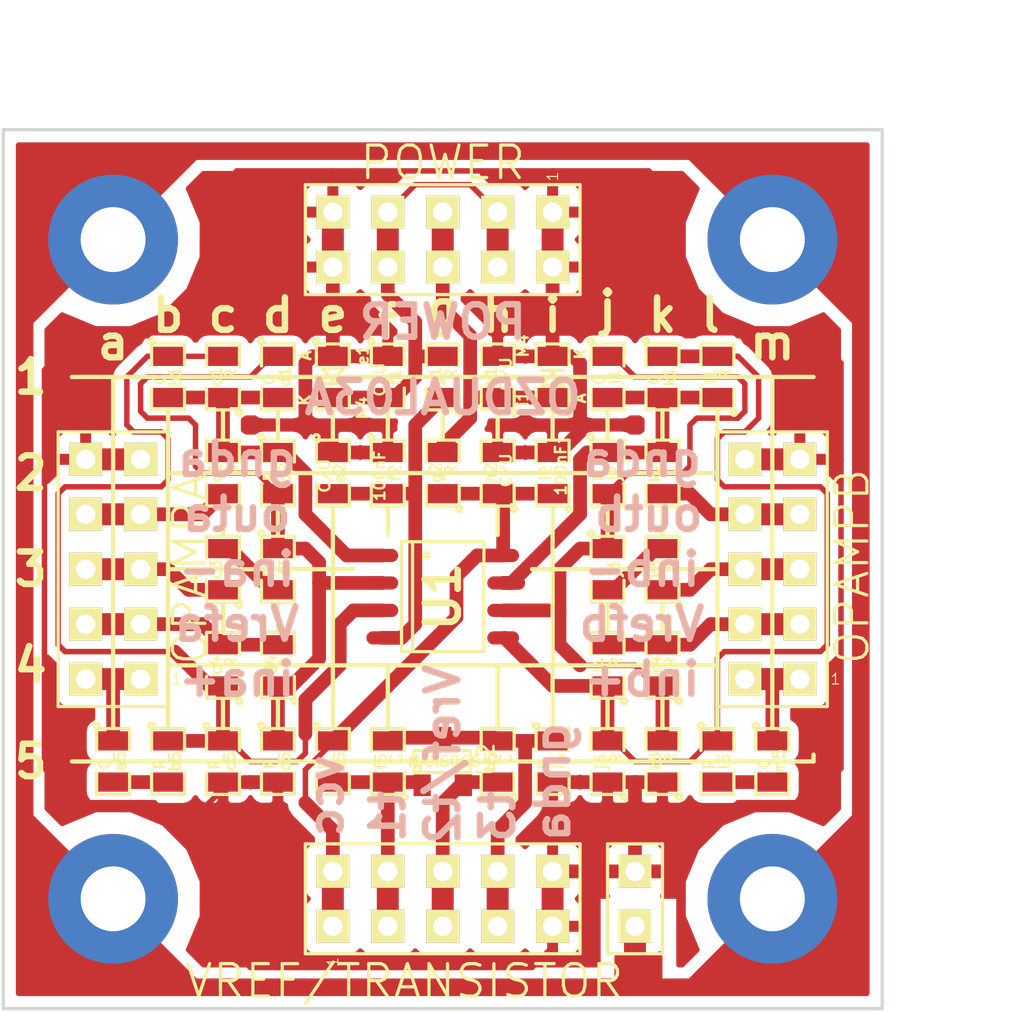
<source format=kicad_pcb>
(kicad_pcb (version 4) (host pcbnew 4.0.2+dfsg1-2~bpo8+1-stable)

  (general
    (links 110)
    (no_connects 0)
    (area 126.165 70.556 177.215715 118.320714)
    (thickness 1.6)
    (drawings 86)
    (tracks 342)
    (zones 0)
    (modules 51)
    (nets 28)
  )

  (page A4)
  (layers
    (0 F.Cu signal)
    (31 B.Cu signal hide)
    (32 B.Adhes user hide)
    (33 F.Adhes user hide)
    (34 B.Paste user hide)
    (35 F.Paste user hide)
    (36 B.SilkS user)
    (37 F.SilkS user)
    (38 B.Mask user hide)
    (39 F.Mask user)
    (40 Dwgs.User user)
    (41 Cmts.User user)
    (42 Eco1.User user hide)
    (43 Eco2.User user hide)
    (44 Edge.Cuts user)
    (45 Margin user hide)
    (46 B.CrtYd user hide)
    (47 F.CrtYd user hide)
    (48 B.Fab user hide)
    (49 F.Fab user hide)
  )

  (setup
    (last_trace_width 0.254)
    (user_trace_width 0.254)
    (user_trace_width 0.635)
    (user_trace_width 1.016)
    (trace_clearance 0.2)
    (zone_clearance 0.508)
    (zone_45_only no)
    (trace_min 0.2)
    (segment_width 0.2)
    (edge_width 0.15)
    (via_size 0.889)
    (via_drill 0.635)
    (via_min_size 0.4)
    (via_min_drill 0.3)
    (uvia_size 0.508)
    (uvia_drill 0.127)
    (uvias_allowed no)
    (uvia_min_size 0.2)
    (uvia_min_drill 0.1)
    (pcb_text_width 0.3)
    (pcb_text_size 1.5 1.5)
    (mod_edge_width 0.15)
    (mod_text_size 1 1)
    (mod_text_width 0.15)
    (pad_size 1.524 1.524)
    (pad_drill 0.762)
    (pad_to_mask_clearance 0.2)
    (aux_axis_origin 0 0)
    (visible_elements FFFFFF7F)
    (pcbplotparams
      (layerselection 0x010b0_00000001)
      (usegerberextensions false)
      (excludeedgelayer true)
      (linewidth 0.100000)
      (plotframeref false)
      (viasonmask false)
      (mode 1)
      (useauxorigin false)
      (hpglpennumber 1)
      (hpglpenspeed 20)
      (hpglpendiameter 15)
      (hpglpenoverlay 2)
      (psnegative false)
      (psa4output false)
      (plotreference false)
      (plotvalue false)
      (plotinvisibletext false)
      (padsonsilk false)
      (subtractmaskfromsilk false)
      (outputformat 1)
      (mirror false)
      (drillshape 0)
      (scaleselection 1)
      (outputdirectory ../CAM_PROFI/))
  )

  (net 0 "")
  (net 1 /INA+)
  (net 2 /OUTA)
  (net 3 /INA-)
  (net 4 /VIN+)
  (net 5 GNDA)
  (net 6 VCC)
  (net 7 /VIN-)
  (net 8 VSS)
  (net 9 /T1)
  (net 10 /T3)
  (net 11 /VREF/T2)
  (net 12 /INB+)
  (net 13 /OUTB)
  (net 14 /INB-)
  (net 15 GND)
  (net 16 /VREFA)
  (net 17 /VREFB)
  (net 18 "Net-(a5-Pad2)")
  (net 19 "Net-(U1-Pad3)")
  (net 20 "Net-(U1-Pad1)")
  (net 21 "Net-(c3-Pad2)")
  (net 22 "Net-(U1-Pad2)")
  (net 23 "Net-(U1-Pad6)")
  (net 24 "Net-(U1-Pad7)")
  (net 25 "Net-(j3-Pad2)")
  (net 26 "Net-(U1-Pad5)")
  (net 27 "Net-(l5-Pad2)")

  (net_class Default "This is the default net class."
    (clearance 0.2)
    (trace_width 0.254)
    (via_dia 0.889)
    (via_drill 0.635)
    (uvia_dia 0.508)
    (uvia_drill 0.127)
    (add_net /INA+)
    (add_net /INA-)
    (add_net /INB+)
    (add_net /INB-)
    (add_net /OUTA)
    (add_net /OUTB)
    (add_net /T1)
    (add_net /T3)
    (add_net /VIN+)
    (add_net /VIN-)
    (add_net /VREF/T2)
    (add_net /VREFA)
    (add_net /VREFB)
    (add_net GND)
    (add_net GNDA)
    (add_net "Net-(U1-Pad1)")
    (add_net "Net-(U1-Pad2)")
    (add_net "Net-(U1-Pad3)")
    (add_net "Net-(U1-Pad5)")
    (add_net "Net-(U1-Pad6)")
    (add_net "Net-(U1-Pad7)")
    (add_net "Net-(a5-Pad2)")
    (add_net "Net-(c3-Pad2)")
    (add_net "Net-(j3-Pad2)")
    (add_net "Net-(l5-Pad2)")
    (add_net VCC)
    (add_net VSS)
  )

  (module Mlab_R:SMD-0805 (layer F.Cu) (tedit 54799E0C) (tstamp 578F5201)
    (at 157.48 96.52 90)
    (path /574D6CA2)
    (attr smd)
    (fp_text reference k3 (at 0 -0.3175 90) (layer F.SilkS)
      (effects (font (size 0.50038 0.50038) (thickness 0.10922)))
    )
    (fp_text value C (at 0.127 0.381 90) (layer F.SilkS)
      (effects (font (size 0.50038 0.50038) (thickness 0.10922)))
    )
    (fp_circle (center -1.651 0.762) (end -1.651 0.635) (layer F.SilkS) (width 0.15))
    (fp_line (start -0.508 0.762) (end -1.524 0.762) (layer F.SilkS) (width 0.15))
    (fp_line (start -1.524 0.762) (end -1.524 -0.762) (layer F.SilkS) (width 0.15))
    (fp_line (start -1.524 -0.762) (end -0.508 -0.762) (layer F.SilkS) (width 0.15))
    (fp_line (start 0.508 -0.762) (end 1.524 -0.762) (layer F.SilkS) (width 0.15))
    (fp_line (start 1.524 -0.762) (end 1.524 0.762) (layer F.SilkS) (width 0.15))
    (fp_line (start 1.524 0.762) (end 0.508 0.762) (layer F.SilkS) (width 0.15))
    (pad 1 smd rect (at -0.9525 0 90) (size 0.889 1.397) (layers F.Cu F.Paste F.Mask)
      (net 14 /INB-))
    (pad 2 smd rect (at 0.9525 0 90) (size 0.889 1.397) (layers F.Cu F.Paste F.Mask)
      (net 25 "Net-(j3-Pad2)"))
    (model MLAB_3D/Resistors/chip_cms.wrl
      (at (xyz 0 0 0))
      (scale (xyz 0.1 0.1 0.1))
      (rotate (xyz 0 0 0))
    )
  )

  (module Mlab_IO:SO-8 (layer F.Cu) (tedit 5479A0C5) (tstamp 578F52E9)
    (at 147.32 97.79 270)
    (descr "SO-8 Surface Mount Small Outline 150mil 8pin Package")
    (tags "Power Integrations D Package")
    (path /5745F41A)
    (fp_text reference U1 (at 0 0 270) (layer F.SilkS)
      (effects (font (thickness 0.3048)))
    )
    (fp_text value OZ (at 0 0 270) (layer F.SilkS) hide
      (effects (font (thickness 0.3048)))
    )
    (fp_circle (center -1.905 0.762) (end -1.778 0.762) (layer F.SilkS) (width 0.15))
    (fp_line (start -2.54 1.397) (end 2.54 1.397) (layer F.SilkS) (width 0.15))
    (fp_line (start -2.54 -1.905) (end 2.54 -1.905) (layer F.SilkS) (width 0.15))
    (fp_line (start -2.54 1.905) (end 2.54 1.905) (layer F.SilkS) (width 0.15))
    (fp_line (start -2.54 1.905) (end -2.54 -1.905) (layer F.SilkS) (width 0.15))
    (fp_line (start 2.54 1.905) (end 2.54 -1.905) (layer F.SilkS) (width 0.15))
    (pad 1 smd oval (at -1.905 2.794 270) (size 0.6096 1.4732) (layers F.Cu F.Paste F.Mask)
      (net 20 "Net-(U1-Pad1)"))
    (pad 2 smd oval (at -0.635 2.794 270) (size 0.6096 1.4732) (layers F.Cu F.Paste F.Mask)
      (net 22 "Net-(U1-Pad2)"))
    (pad 3 smd oval (at 0.635 2.794 270) (size 0.6096 1.4732) (layers F.Cu F.Paste F.Mask)
      (net 19 "Net-(U1-Pad3)"))
    (pad 4 smd oval (at 1.905 2.794 270) (size 0.6096 1.4732) (layers F.Cu F.Paste F.Mask)
      (net 8 VSS))
    (pad 5 smd oval (at 1.905 -2.794 270) (size 0.6096 1.4732) (layers F.Cu F.Paste F.Mask)
      (net 26 "Net-(U1-Pad5)"))
    (pad 6 smd oval (at 0.635 -2.794 270) (size 0.6096 1.4732) (layers F.Cu F.Paste F.Mask)
      (net 23 "Net-(U1-Pad6)"))
    (pad 7 smd oval (at -0.635 -2.794 270) (size 0.6096 1.4732) (layers F.Cu F.Paste F.Mask)
      (net 24 "Net-(U1-Pad7)"))
    (pad 8 smd oval (at -1.905 -2.794 270) (size 0.6096 1.4732) (layers F.Cu F.Paste F.Mask)
      (net 6 VCC))
    (model MLAB_3D/IO/cms_so8.wrl
      (at (xyz 0 0 0))
      (scale (xyz 0.5 0.4 0.45))
      (rotate (xyz 0 0 0))
    )
  )

  (module Mlab_R:SMD-0805 (layer F.Cu) (tedit 54799E0C) (tstamp 578F51A1)
    (at 132.08 105.41 270)
    (path /574D513E)
    (attr smd)
    (fp_text reference a5 (at 0 -0.3175 270) (layer F.SilkS)
      (effects (font (size 0.50038 0.50038) (thickness 0.10922)))
    )
    (fp_text value C (at 0.127 0.381 270) (layer F.SilkS)
      (effects (font (size 0.50038 0.50038) (thickness 0.10922)))
    )
    (fp_circle (center -1.651 0.762) (end -1.651 0.635) (layer F.SilkS) (width 0.15))
    (fp_line (start -0.508 0.762) (end -1.524 0.762) (layer F.SilkS) (width 0.15))
    (fp_line (start -1.524 0.762) (end -1.524 -0.762) (layer F.SilkS) (width 0.15))
    (fp_line (start -1.524 -0.762) (end -0.508 -0.762) (layer F.SilkS) (width 0.15))
    (fp_line (start 0.508 -0.762) (end 1.524 -0.762) (layer F.SilkS) (width 0.15))
    (fp_line (start 1.524 -0.762) (end 1.524 0.762) (layer F.SilkS) (width 0.15))
    (fp_line (start 1.524 0.762) (end 0.508 0.762) (layer F.SilkS) (width 0.15))
    (pad 1 smd rect (at -0.9525 0 270) (size 0.889 1.397) (layers F.Cu F.Paste F.Mask)
      (net 1 /INA+))
    (pad 2 smd rect (at 0.9525 0 270) (size 0.889 1.397) (layers F.Cu F.Paste F.Mask)
      (net 18 "Net-(a5-Pad2)"))
    (model MLAB_3D/Resistors/chip_cms.wrl
      (at (xyz 0 0 0))
      (scale (xyz 0.1 0.1 0.1))
      (rotate (xyz 0 0 0))
    )
  )

  (module Mlab_R:SMD-0805 (layer F.Cu) (tedit 54799E0C) (tstamp 578F51A7)
    (at 134.62 87.63 270)
    (path /574D5CE9)
    (attr smd)
    (fp_text reference b1 (at 0 -0.3175 270) (layer F.SilkS)
      (effects (font (size 0.50038 0.50038) (thickness 0.10922)))
    )
    (fp_text value C (at 0.127 0.381 270) (layer F.SilkS)
      (effects (font (size 0.50038 0.50038) (thickness 0.10922)))
    )
    (fp_circle (center -1.651 0.762) (end -1.651 0.635) (layer F.SilkS) (width 0.15))
    (fp_line (start -0.508 0.762) (end -1.524 0.762) (layer F.SilkS) (width 0.15))
    (fp_line (start -1.524 0.762) (end -1.524 -0.762) (layer F.SilkS) (width 0.15))
    (fp_line (start -1.524 -0.762) (end -0.508 -0.762) (layer F.SilkS) (width 0.15))
    (fp_line (start 0.508 -0.762) (end 1.524 -0.762) (layer F.SilkS) (width 0.15))
    (fp_line (start 1.524 -0.762) (end 1.524 0.762) (layer F.SilkS) (width 0.15))
    (fp_line (start 1.524 0.762) (end 0.508 0.762) (layer F.SilkS) (width 0.15))
    (pad 1 smd rect (at -0.9525 0 270) (size 0.889 1.397) (layers F.Cu F.Paste F.Mask)
      (net 19 "Net-(U1-Pad3)"))
    (pad 2 smd rect (at 0.9525 0 270) (size 0.889 1.397) (layers F.Cu F.Paste F.Mask)
      (net 20 "Net-(U1-Pad1)"))
    (model MLAB_3D/Resistors/chip_cms.wrl
      (at (xyz 0 0 0))
      (scale (xyz 0.1 0.1 0.1))
      (rotate (xyz 0 0 0))
    )
  )

  (module Mlab_R:SMD-0805 (layer F.Cu) (tedit 54799E0C) (tstamp 578F51AD)
    (at 137.16 92.075 90)
    (path /574854BB)
    (attr smd)
    (fp_text reference c2 (at 0 -0.3175 90) (layer F.SilkS)
      (effects (font (size 0.50038 0.50038) (thickness 0.10922)))
    )
    (fp_text value C (at 0.127 0.381 90) (layer F.SilkS)
      (effects (font (size 0.50038 0.50038) (thickness 0.10922)))
    )
    (fp_circle (center -1.651 0.762) (end -1.651 0.635) (layer F.SilkS) (width 0.15))
    (fp_line (start -0.508 0.762) (end -1.524 0.762) (layer F.SilkS) (width 0.15))
    (fp_line (start -1.524 0.762) (end -1.524 -0.762) (layer F.SilkS) (width 0.15))
    (fp_line (start -1.524 -0.762) (end -0.508 -0.762) (layer F.SilkS) (width 0.15))
    (fp_line (start 0.508 -0.762) (end 1.524 -0.762) (layer F.SilkS) (width 0.15))
    (fp_line (start 1.524 -0.762) (end 1.524 0.762) (layer F.SilkS) (width 0.15))
    (fp_line (start 1.524 0.762) (end 0.508 0.762) (layer F.SilkS) (width 0.15))
    (pad 1 smd rect (at -0.9525 0 90) (size 0.889 1.397) (layers F.Cu F.Paste F.Mask)
      (net 2 /OUTA))
    (pad 2 smd rect (at 0.9525 0 90) (size 0.889 1.397) (layers F.Cu F.Paste F.Mask)
      (net 20 "Net-(U1-Pad1)"))
    (model MLAB_3D/Resistors/chip_cms.wrl
      (at (xyz 0 0 0))
      (scale (xyz 0.1 0.1 0.1))
      (rotate (xyz 0 0 0))
    )
  )

  (module Mlab_R:SMD-0805 (layer F.Cu) (tedit 54799E0C) (tstamp 578F51B3)
    (at 137.16 96.52 90)
    (path /5749B98D)
    (attr smd)
    (fp_text reference c3 (at 0 -0.3175 90) (layer F.SilkS)
      (effects (font (size 0.50038 0.50038) (thickness 0.10922)))
    )
    (fp_text value C (at 0.127 0.381 90) (layer F.SilkS)
      (effects (font (size 0.50038 0.50038) (thickness 0.10922)))
    )
    (fp_circle (center -1.651 0.762) (end -1.651 0.635) (layer F.SilkS) (width 0.15))
    (fp_line (start -0.508 0.762) (end -1.524 0.762) (layer F.SilkS) (width 0.15))
    (fp_line (start -1.524 0.762) (end -1.524 -0.762) (layer F.SilkS) (width 0.15))
    (fp_line (start -1.524 -0.762) (end -0.508 -0.762) (layer F.SilkS) (width 0.15))
    (fp_line (start 0.508 -0.762) (end 1.524 -0.762) (layer F.SilkS) (width 0.15))
    (fp_line (start 1.524 -0.762) (end 1.524 0.762) (layer F.SilkS) (width 0.15))
    (fp_line (start 1.524 0.762) (end 0.508 0.762) (layer F.SilkS) (width 0.15))
    (pad 1 smd rect (at -0.9525 0 90) (size 0.889 1.397) (layers F.Cu F.Paste F.Mask)
      (net 3 /INA-))
    (pad 2 smd rect (at 0.9525 0 90) (size 0.889 1.397) (layers F.Cu F.Paste F.Mask)
      (net 21 "Net-(c3-Pad2)"))
    (model MLAB_3D/Resistors/chip_cms.wrl
      (at (xyz 0 0 0))
      (scale (xyz 0.1 0.1 0.1))
      (rotate (xyz 0 0 0))
    )
  )

  (module Mlab_R:SMD-0805 (layer F.Cu) (tedit 54799E0C) (tstamp 578F51B9)
    (at 139.7 87.63 270)
    (path /574882F0)
    (attr smd)
    (fp_text reference d1 (at 0 -0.3175 270) (layer F.SilkS)
      (effects (font (size 0.50038 0.50038) (thickness 0.10922)))
    )
    (fp_text value C (at 0.127 0.381 270) (layer F.SilkS)
      (effects (font (size 0.50038 0.50038) (thickness 0.10922)))
    )
    (fp_circle (center -1.651 0.762) (end -1.651 0.635) (layer F.SilkS) (width 0.15))
    (fp_line (start -0.508 0.762) (end -1.524 0.762) (layer F.SilkS) (width 0.15))
    (fp_line (start -1.524 0.762) (end -1.524 -0.762) (layer F.SilkS) (width 0.15))
    (fp_line (start -1.524 -0.762) (end -0.508 -0.762) (layer F.SilkS) (width 0.15))
    (fp_line (start 0.508 -0.762) (end 1.524 -0.762) (layer F.SilkS) (width 0.15))
    (fp_line (start 1.524 -0.762) (end 1.524 0.762) (layer F.SilkS) (width 0.15))
    (fp_line (start 1.524 0.762) (end 0.508 0.762) (layer F.SilkS) (width 0.15))
    (pad 1 smd rect (at -0.9525 0 270) (size 0.889 1.397) (layers F.Cu F.Paste F.Mask)
      (net 22 "Net-(U1-Pad2)"))
    (pad 2 smd rect (at 0.9525 0 270) (size 0.889 1.397) (layers F.Cu F.Paste F.Mask)
      (net 20 "Net-(U1-Pad1)"))
    (model MLAB_3D/Resistors/chip_cms.wrl
      (at (xyz 0 0 0))
      (scale (xyz 0.1 0.1 0.1))
      (rotate (xyz 0 0 0))
    )
  )

  (module Mlab_R:SMD-0805 (layer F.Cu) (tedit 54799E0C) (tstamp 578F51BF)
    (at 149.86 87.63 90)
    (path /575DC6C0)
    (attr smd)
    (fp_text reference h1 (at 0 -0.3175 90) (layer F.SilkS)
      (effects (font (size 0.50038 0.50038) (thickness 0.10922)))
    )
    (fp_text value C/U (at 0.127 0.381 90) (layer F.SilkS)
      (effects (font (size 0.50038 0.50038) (thickness 0.10922)))
    )
    (fp_circle (center -1.651 0.762) (end -1.651 0.635) (layer F.SilkS) (width 0.15))
    (fp_line (start -0.508 0.762) (end -1.524 0.762) (layer F.SilkS) (width 0.15))
    (fp_line (start -1.524 0.762) (end -1.524 -0.762) (layer F.SilkS) (width 0.15))
    (fp_line (start -1.524 -0.762) (end -0.508 -0.762) (layer F.SilkS) (width 0.15))
    (fp_line (start 0.508 -0.762) (end 1.524 -0.762) (layer F.SilkS) (width 0.15))
    (fp_line (start 1.524 -0.762) (end 1.524 0.762) (layer F.SilkS) (width 0.15))
    (fp_line (start 1.524 0.762) (end 0.508 0.762) (layer F.SilkS) (width 0.15))
    (pad 1 smd rect (at -0.9525 0 90) (size 0.889 1.397) (layers F.Cu F.Paste F.Mask)
      (net 4 /VIN+))
    (pad 2 smd rect (at 0.9525 0 90) (size 0.889 1.397) (layers F.Cu F.Paste F.Mask)
      (net 5 GNDA))
    (model MLAB_3D/Resistors/chip_cms.wrl
      (at (xyz 0 0 0))
      (scale (xyz 0.1 0.1 0.1))
      (rotate (xyz 0 0 0))
    )
  )

  (module Mlab_R:SMD-0805 (layer F.Cu) (tedit 54799E0C) (tstamp 578F51C5)
    (at 149.86 92.075 90)
    (path /575DCC73)
    (attr smd)
    (fp_text reference h2 (at 0 -0.3175 90) (layer F.SilkS)
      (effects (font (size 0.50038 0.50038) (thickness 0.10922)))
    )
    (fp_text value C/U (at 0.127 0.381 90) (layer F.SilkS)
      (effects (font (size 0.50038 0.50038) (thickness 0.10922)))
    )
    (fp_circle (center -1.651 0.762) (end -1.651 0.635) (layer F.SilkS) (width 0.15))
    (fp_line (start -0.508 0.762) (end -1.524 0.762) (layer F.SilkS) (width 0.15))
    (fp_line (start -1.524 0.762) (end -1.524 -0.762) (layer F.SilkS) (width 0.15))
    (fp_line (start -1.524 -0.762) (end -0.508 -0.762) (layer F.SilkS) (width 0.15))
    (fp_line (start 0.508 -0.762) (end 1.524 -0.762) (layer F.SilkS) (width 0.15))
    (fp_line (start 1.524 -0.762) (end 1.524 0.762) (layer F.SilkS) (width 0.15))
    (fp_line (start 1.524 0.762) (end 0.508 0.762) (layer F.SilkS) (width 0.15))
    (pad 1 smd rect (at -0.9525 0 90) (size 0.889 1.397) (layers F.Cu F.Paste F.Mask)
      (net 6 VCC))
    (pad 2 smd rect (at 0.9525 0 90) (size 0.889 1.397) (layers F.Cu F.Paste F.Mask)
      (net 5 GNDA))
    (model MLAB_3D/Resistors/chip_cms.wrl
      (at (xyz 0 0 0))
      (scale (xyz 0.1 0.1 0.1))
      (rotate (xyz 0 0 0))
    )
  )

  (module Mlab_R:SMD-0805 (layer F.Cu) (tedit 54799E0C) (tstamp 578F51CB)
    (at 152.4 92.075 90)
    (path /575DCD53)
    (attr smd)
    (fp_text reference i2 (at 0 -0.3175 90) (layer F.SilkS)
      (effects (font (size 0.50038 0.50038) (thickness 0.10922)))
    )
    (fp_text value 100nF (at 0.127 0.381 90) (layer F.SilkS)
      (effects (font (size 0.50038 0.50038) (thickness 0.10922)))
    )
    (fp_circle (center -1.651 0.762) (end -1.651 0.635) (layer F.SilkS) (width 0.15))
    (fp_line (start -0.508 0.762) (end -1.524 0.762) (layer F.SilkS) (width 0.15))
    (fp_line (start -1.524 0.762) (end -1.524 -0.762) (layer F.SilkS) (width 0.15))
    (fp_line (start -1.524 -0.762) (end -0.508 -0.762) (layer F.SilkS) (width 0.15))
    (fp_line (start 0.508 -0.762) (end 1.524 -0.762) (layer F.SilkS) (width 0.15))
    (fp_line (start 1.524 -0.762) (end 1.524 0.762) (layer F.SilkS) (width 0.15))
    (fp_line (start 1.524 0.762) (end 0.508 0.762) (layer F.SilkS) (width 0.15))
    (pad 1 smd rect (at -0.9525 0 90) (size 0.889 1.397) (layers F.Cu F.Paste F.Mask)
      (net 6 VCC))
    (pad 2 smd rect (at 0.9525 0 90) (size 0.889 1.397) (layers F.Cu F.Paste F.Mask)
      (net 5 GNDA))
    (model MLAB_3D/Resistors/chip_cms.wrl
      (at (xyz 0 0 0))
      (scale (xyz 0.1 0.1 0.1))
      (rotate (xyz 0 0 0))
    )
  )

  (module Mlab_R:SMD-0805 (layer F.Cu) (tedit 54799E0C) (tstamp 578F51D1)
    (at 144.78 87.63 270)
    (path /575DD192)
    (attr smd)
    (fp_text reference f1 (at 0 -0.3175 270) (layer F.SilkS)
      (effects (font (size 0.50038 0.50038) (thickness 0.10922)))
    )
    (fp_text value C/U (at 0.127 0.381 270) (layer F.SilkS)
      (effects (font (size 0.50038 0.50038) (thickness 0.10922)))
    )
    (fp_circle (center -1.651 0.762) (end -1.651 0.635) (layer F.SilkS) (width 0.15))
    (fp_line (start -0.508 0.762) (end -1.524 0.762) (layer F.SilkS) (width 0.15))
    (fp_line (start -1.524 0.762) (end -1.524 -0.762) (layer F.SilkS) (width 0.15))
    (fp_line (start -1.524 -0.762) (end -0.508 -0.762) (layer F.SilkS) (width 0.15))
    (fp_line (start 0.508 -0.762) (end 1.524 -0.762) (layer F.SilkS) (width 0.15))
    (fp_line (start 1.524 -0.762) (end 1.524 0.762) (layer F.SilkS) (width 0.15))
    (fp_line (start 1.524 0.762) (end 0.508 0.762) (layer F.SilkS) (width 0.15))
    (pad 1 smd rect (at -0.9525 0 270) (size 0.889 1.397) (layers F.Cu F.Paste F.Mask)
      (net 5 GNDA))
    (pad 2 smd rect (at 0.9525 0 270) (size 0.889 1.397) (layers F.Cu F.Paste F.Mask)
      (net 7 /VIN-))
    (model MLAB_3D/Resistors/chip_cms.wrl
      (at (xyz 0 0 0))
      (scale (xyz 0.1 0.1 0.1))
      (rotate (xyz 0 0 0))
    )
  )

  (module Mlab_R:SMD-0805 (layer F.Cu) (tedit 54799E0C) (tstamp 578F51D7)
    (at 142.24 92.075 270)
    (path /575DD19E)
    (attr smd)
    (fp_text reference e2 (at 0 -0.3175 270) (layer F.SilkS)
      (effects (font (size 0.50038 0.50038) (thickness 0.10922)))
    )
    (fp_text value C/U (at 0.127 0.381 270) (layer F.SilkS)
      (effects (font (size 0.50038 0.50038) (thickness 0.10922)))
    )
    (fp_circle (center -1.651 0.762) (end -1.651 0.635) (layer F.SilkS) (width 0.15))
    (fp_line (start -0.508 0.762) (end -1.524 0.762) (layer F.SilkS) (width 0.15))
    (fp_line (start -1.524 0.762) (end -1.524 -0.762) (layer F.SilkS) (width 0.15))
    (fp_line (start -1.524 -0.762) (end -0.508 -0.762) (layer F.SilkS) (width 0.15))
    (fp_line (start 0.508 -0.762) (end 1.524 -0.762) (layer F.SilkS) (width 0.15))
    (fp_line (start 1.524 -0.762) (end 1.524 0.762) (layer F.SilkS) (width 0.15))
    (fp_line (start 1.524 0.762) (end 0.508 0.762) (layer F.SilkS) (width 0.15))
    (pad 1 smd rect (at -0.9525 0 270) (size 0.889 1.397) (layers F.Cu F.Paste F.Mask)
      (net 5 GNDA))
    (pad 2 smd rect (at 0.9525 0 270) (size 0.889 1.397) (layers F.Cu F.Paste F.Mask)
      (net 8 VSS))
    (model MLAB_3D/Resistors/chip_cms.wrl
      (at (xyz 0 0 0))
      (scale (xyz 0.1 0.1 0.1))
      (rotate (xyz 0 0 0))
    )
  )

  (module Mlab_R:SMD-0805 (layer F.Cu) (tedit 54799E0C) (tstamp 578F51DD)
    (at 144.78 92.075 270)
    (path /575DD1A4)
    (attr smd)
    (fp_text reference f2 (at 0 -0.3175 270) (layer F.SilkS)
      (effects (font (size 0.50038 0.50038) (thickness 0.10922)))
    )
    (fp_text value 100nF (at 0.127 0.381 270) (layer F.SilkS)
      (effects (font (size 0.50038 0.50038) (thickness 0.10922)))
    )
    (fp_circle (center -1.651 0.762) (end -1.651 0.635) (layer F.SilkS) (width 0.15))
    (fp_line (start -0.508 0.762) (end -1.524 0.762) (layer F.SilkS) (width 0.15))
    (fp_line (start -1.524 0.762) (end -1.524 -0.762) (layer F.SilkS) (width 0.15))
    (fp_line (start -1.524 -0.762) (end -0.508 -0.762) (layer F.SilkS) (width 0.15))
    (fp_line (start 0.508 -0.762) (end 1.524 -0.762) (layer F.SilkS) (width 0.15))
    (fp_line (start 1.524 -0.762) (end 1.524 0.762) (layer F.SilkS) (width 0.15))
    (fp_line (start 1.524 0.762) (end 0.508 0.762) (layer F.SilkS) (width 0.15))
    (pad 1 smd rect (at -0.9525 0 270) (size 0.889 1.397) (layers F.Cu F.Paste F.Mask)
      (net 5 GNDA))
    (pad 2 smd rect (at 0.9525 0 270) (size 0.889 1.397) (layers F.Cu F.Paste F.Mask)
      (net 8 VSS))
    (model MLAB_3D/Resistors/chip_cms.wrl
      (at (xyz 0 0 0))
      (scale (xyz 0.1 0.1 0.1))
      (rotate (xyz 0 0 0))
    )
  )

  (module Mlab_R:SMD-0805 (layer F.Cu) (tedit 54799E0C) (tstamp 578F51E3)
    (at 144.78 105.41 90)
    (path /57618EB4)
    (attr smd)
    (fp_text reference f5 (at 0 -0.3175 90) (layer F.SilkS)
      (effects (font (size 0.50038 0.50038) (thickness 0.10922)))
    )
    (fp_text value C (at 0.127 0.381 90) (layer F.SilkS)
      (effects (font (size 0.50038 0.50038) (thickness 0.10922)))
    )
    (fp_circle (center -1.651 0.762) (end -1.651 0.635) (layer F.SilkS) (width 0.15))
    (fp_line (start -0.508 0.762) (end -1.524 0.762) (layer F.SilkS) (width 0.15))
    (fp_line (start -1.524 0.762) (end -1.524 -0.762) (layer F.SilkS) (width 0.15))
    (fp_line (start -1.524 -0.762) (end -0.508 -0.762) (layer F.SilkS) (width 0.15))
    (fp_line (start 0.508 -0.762) (end 1.524 -0.762) (layer F.SilkS) (width 0.15))
    (fp_line (start 1.524 -0.762) (end 1.524 0.762) (layer F.SilkS) (width 0.15))
    (fp_line (start 1.524 0.762) (end 0.508 0.762) (layer F.SilkS) (width 0.15))
    (pad 1 smd rect (at -0.9525 0 90) (size 0.889 1.397) (layers F.Cu F.Paste F.Mask)
      (net 9 /T1))
    (pad 2 smd rect (at 0.9525 0 90) (size 0.889 1.397) (layers F.Cu F.Paste F.Mask)
      (net 10 /T3))
    (model MLAB_3D/Resistors/chip_cms.wrl
      (at (xyz 0 0 0))
      (scale (xyz 0.1 0.1 0.1))
      (rotate (xyz 0 0 0))
    )
  )

  (module Mlab_R:SMD-0805 (layer F.Cu) (tedit 54799E0C) (tstamp 578F51E9)
    (at 149.86 105.41 90)
    (path /5761FADF)
    (attr smd)
    (fp_text reference h5 (at 0 -0.3175 90) (layer F.SilkS)
      (effects (font (size 0.50038 0.50038) (thickness 0.10922)))
    )
    (fp_text value C (at 0.127 0.381 90) (layer F.SilkS)
      (effects (font (size 0.50038 0.50038) (thickness 0.10922)))
    )
    (fp_circle (center -1.651 0.762) (end -1.651 0.635) (layer F.SilkS) (width 0.15))
    (fp_line (start -0.508 0.762) (end -1.524 0.762) (layer F.SilkS) (width 0.15))
    (fp_line (start -1.524 0.762) (end -1.524 -0.762) (layer F.SilkS) (width 0.15))
    (fp_line (start -1.524 -0.762) (end -0.508 -0.762) (layer F.SilkS) (width 0.15))
    (fp_line (start 0.508 -0.762) (end 1.524 -0.762) (layer F.SilkS) (width 0.15))
    (fp_line (start 1.524 -0.762) (end 1.524 0.762) (layer F.SilkS) (width 0.15))
    (fp_line (start 1.524 0.762) (end 0.508 0.762) (layer F.SilkS) (width 0.15))
    (pad 1 smd rect (at -0.9525 0 90) (size 0.889 1.397) (layers F.Cu F.Paste F.Mask)
      (net 11 /VREF/T2))
    (pad 2 smd rect (at 0.9525 0 90) (size 0.889 1.397) (layers F.Cu F.Paste F.Mask)
      (net 10 /T3))
    (model MLAB_3D/Resistors/chip_cms.wrl
      (at (xyz 0 0 0))
      (scale (xyz 0.1 0.1 0.1))
      (rotate (xyz 0 0 0))
    )
  )

  (module Mlab_R:SMD-0805 (layer F.Cu) (tedit 54799E0C) (tstamp 578F51EF)
    (at 157.48 87.63 270)
    (path /574D6C58)
    (attr smd)
    (fp_text reference k1 (at 0 -0.3175 270) (layer F.SilkS)
      (effects (font (size 0.50038 0.50038) (thickness 0.10922)))
    )
    (fp_text value C (at 0.127 0.381 270) (layer F.SilkS)
      (effects (font (size 0.50038 0.50038) (thickness 0.10922)))
    )
    (fp_circle (center -1.651 0.762) (end -1.651 0.635) (layer F.SilkS) (width 0.15))
    (fp_line (start -0.508 0.762) (end -1.524 0.762) (layer F.SilkS) (width 0.15))
    (fp_line (start -1.524 0.762) (end -1.524 -0.762) (layer F.SilkS) (width 0.15))
    (fp_line (start -1.524 -0.762) (end -0.508 -0.762) (layer F.SilkS) (width 0.15))
    (fp_line (start 0.508 -0.762) (end 1.524 -0.762) (layer F.SilkS) (width 0.15))
    (fp_line (start 1.524 -0.762) (end 1.524 0.762) (layer F.SilkS) (width 0.15))
    (fp_line (start 1.524 0.762) (end 0.508 0.762) (layer F.SilkS) (width 0.15))
    (pad 1 smd rect (at -0.9525 0 270) (size 0.889 1.397) (layers F.Cu F.Paste F.Mask)
      (net 26 "Net-(U1-Pad5)"))
    (pad 2 smd rect (at 0.9525 0 270) (size 0.889 1.397) (layers F.Cu F.Paste F.Mask)
      (net 24 "Net-(U1-Pad7)"))
    (model MLAB_3D/Resistors/chip_cms.wrl
      (at (xyz 0 0 0))
      (scale (xyz 0.1 0.1 0.1))
      (rotate (xyz 0 0 0))
    )
  )

  (module Mlab_R:SMD-0805 (layer F.Cu) (tedit 54799E0C) (tstamp 578F51F5)
    (at 162.56 105.41 270)
    (path /574D6C6A)
    (attr smd)
    (fp_text reference m5 (at 0 -0.3175 270) (layer F.SilkS)
      (effects (font (size 0.50038 0.50038) (thickness 0.10922)))
    )
    (fp_text value C (at 0.127 0.381 270) (layer F.SilkS)
      (effects (font (size 0.50038 0.50038) (thickness 0.10922)))
    )
    (fp_circle (center -1.651 0.762) (end -1.651 0.635) (layer F.SilkS) (width 0.15))
    (fp_line (start -0.508 0.762) (end -1.524 0.762) (layer F.SilkS) (width 0.15))
    (fp_line (start -1.524 0.762) (end -1.524 -0.762) (layer F.SilkS) (width 0.15))
    (fp_line (start -1.524 -0.762) (end -0.508 -0.762) (layer F.SilkS) (width 0.15))
    (fp_line (start 0.508 -0.762) (end 1.524 -0.762) (layer F.SilkS) (width 0.15))
    (fp_line (start 1.524 -0.762) (end 1.524 0.762) (layer F.SilkS) (width 0.15))
    (fp_line (start 1.524 0.762) (end 0.508 0.762) (layer F.SilkS) (width 0.15))
    (pad 1 smd rect (at -0.9525 0 270) (size 0.889 1.397) (layers F.Cu F.Paste F.Mask)
      (net 12 /INB+))
    (pad 2 smd rect (at 0.9525 0 270) (size 0.889 1.397) (layers F.Cu F.Paste F.Mask)
      (net 27 "Net-(l5-Pad2)"))
    (model MLAB_3D/Resistors/chip_cms.wrl
      (at (xyz 0 0 0))
      (scale (xyz 0.1 0.1 0.1))
      (rotate (xyz 0 0 0))
    )
  )

  (module Mlab_R:SMD-0805 (layer F.Cu) (tedit 54799E0C) (tstamp 578F51FB)
    (at 157.48 92.075 90)
    (path /574D6C2E)
    (attr smd)
    (fp_text reference k2 (at 0 -0.3175 90) (layer F.SilkS)
      (effects (font (size 0.50038 0.50038) (thickness 0.10922)))
    )
    (fp_text value C (at 0.127 0.381 90) (layer F.SilkS)
      (effects (font (size 0.50038 0.50038) (thickness 0.10922)))
    )
    (fp_circle (center -1.651 0.762) (end -1.651 0.635) (layer F.SilkS) (width 0.15))
    (fp_line (start -0.508 0.762) (end -1.524 0.762) (layer F.SilkS) (width 0.15))
    (fp_line (start -1.524 0.762) (end -1.524 -0.762) (layer F.SilkS) (width 0.15))
    (fp_line (start -1.524 -0.762) (end -0.508 -0.762) (layer F.SilkS) (width 0.15))
    (fp_line (start 0.508 -0.762) (end 1.524 -0.762) (layer F.SilkS) (width 0.15))
    (fp_line (start 1.524 -0.762) (end 1.524 0.762) (layer F.SilkS) (width 0.15))
    (fp_line (start 1.524 0.762) (end 0.508 0.762) (layer F.SilkS) (width 0.15))
    (pad 1 smd rect (at -0.9525 0 90) (size 0.889 1.397) (layers F.Cu F.Paste F.Mask)
      (net 13 /OUTB))
    (pad 2 smd rect (at 0.9525 0 90) (size 0.889 1.397) (layers F.Cu F.Paste F.Mask)
      (net 24 "Net-(U1-Pad7)"))
    (model MLAB_3D/Resistors/chip_cms.wrl
      (at (xyz 0 0 0))
      (scale (xyz 0.1 0.1 0.1))
      (rotate (xyz 0 0 0))
    )
  )

  (module Mlab_R:SMD-0805 (layer F.Cu) (tedit 54799E0C) (tstamp 578F5207)
    (at 154.94 87.63 270)
    (path /574D6CAA)
    (attr smd)
    (fp_text reference j1 (at 0 -0.3175 270) (layer F.SilkS)
      (effects (font (size 0.50038 0.50038) (thickness 0.10922)))
    )
    (fp_text value C (at 0.127 0.381 270) (layer F.SilkS)
      (effects (font (size 0.50038 0.50038) (thickness 0.10922)))
    )
    (fp_circle (center -1.651 0.762) (end -1.651 0.635) (layer F.SilkS) (width 0.15))
    (fp_line (start -0.508 0.762) (end -1.524 0.762) (layer F.SilkS) (width 0.15))
    (fp_line (start -1.524 0.762) (end -1.524 -0.762) (layer F.SilkS) (width 0.15))
    (fp_line (start -1.524 -0.762) (end -0.508 -0.762) (layer F.SilkS) (width 0.15))
    (fp_line (start 0.508 -0.762) (end 1.524 -0.762) (layer F.SilkS) (width 0.15))
    (fp_line (start 1.524 -0.762) (end 1.524 0.762) (layer F.SilkS) (width 0.15))
    (fp_line (start 1.524 0.762) (end 0.508 0.762) (layer F.SilkS) (width 0.15))
    (pad 1 smd rect (at -0.9525 0 270) (size 0.889 1.397) (layers F.Cu F.Paste F.Mask)
      (net 23 "Net-(U1-Pad6)"))
    (pad 2 smd rect (at 0.9525 0 270) (size 0.889 1.397) (layers F.Cu F.Paste F.Mask)
      (net 24 "Net-(U1-Pad7)"))
    (model MLAB_3D/Resistors/chip_cms.wrl
      (at (xyz 0 0 0))
      (scale (xyz 0.1 0.1 0.1))
      (rotate (xyz 0 0 0))
    )
  )

  (module Mlab_D:LED_0805 (layer F.Cu) (tedit 5594D05D) (tstamp 578F520D)
    (at 152.4 87.63 90)
    (path /575DC5AC)
    (attr smd)
    (fp_text reference i1 (at -1.016 -1.3843 90) (layer F.SilkS)
      (effects (font (size 0.50038 0.50038) (thickness 0.10922)))
    )
    (fp_text value M4 (at 1.4351 -1.3716 90) (layer F.SilkS)
      (effects (font (size 0.50038 0.50038) (thickness 0.10922)))
    )
    (fp_line (start 0.3048 -0.5) (end 0.3048 0.5) (layer F.SilkS) (width 0.15))
    (fp_line (start -0.3937 -0.5) (end 0.2032 0) (layer F.SilkS) (width 0.15))
    (fp_line (start 0.2032 0) (end -0.4064 0.5) (layer F.SilkS) (width 0.15))
    (fp_line (start -0.4064 -0.5) (end -0.4064 0.5) (layer F.SilkS) (width 0.15))
    (fp_text user K (at 1.0668 1.2954 90) (layer F.SilkS)
      (effects (font (size 0.5 0.5) (thickness 0.125)))
    )
    (fp_text user A (at -0.9906 1.27 90) (layer F.SilkS)
      (effects (font (size 0.5 0.5) (thickness 0.125)))
    )
    (fp_circle (center -1.651 0.762) (end -1.651 0.635) (layer F.SilkS) (width 0.15))
    (fp_line (start -0.508 0.762) (end -1.524 0.762) (layer F.SilkS) (width 0.15))
    (fp_line (start -1.524 0.762) (end -1.524 -0.762) (layer F.SilkS) (width 0.15))
    (fp_line (start -1.524 -0.762) (end -0.508 -0.762) (layer F.SilkS) (width 0.15))
    (fp_line (start 0.508 -0.762) (end 1.524 -0.762) (layer F.SilkS) (width 0.15))
    (fp_line (start 1.524 -0.762) (end 1.524 0.762) (layer F.SilkS) (width 0.15))
    (fp_line (start 1.524 0.762) (end 0.508 0.762) (layer F.SilkS) (width 0.15))
    (pad 1 smd rect (at -0.9525 0 90) (size 0.889 1.397) (layers F.Cu F.Paste F.Mask)
      (net 4 /VIN+))
    (pad 2 smd rect (at 0.9525 0 90) (size 0.889 1.397) (layers F.Cu F.Paste F.Mask)
      (net 5 GNDA))
    (model MLAB_3D/Resistors/chip_cms.wrl
      (at (xyz 0 0 0))
      (scale (xyz 0.1 0.1 0.1))
      (rotate (xyz 0 0 0))
    )
  )

  (module Mlab_D:LED_0805 (layer F.Cu) (tedit 5594D05D) (tstamp 578F5213)
    (at 142.24 87.63 270)
    (path /575DD18C)
    (attr smd)
    (fp_text reference e1 (at -1.016 -1.3843 270) (layer F.SilkS)
      (effects (font (size 0.50038 0.50038) (thickness 0.10922)))
    )
    (fp_text value M4 (at 1.4351 -1.3716 270) (layer F.SilkS)
      (effects (font (size 0.50038 0.50038) (thickness 0.10922)))
    )
    (fp_line (start 0.3048 -0.5) (end 0.3048 0.5) (layer F.SilkS) (width 0.15))
    (fp_line (start -0.3937 -0.5) (end 0.2032 0) (layer F.SilkS) (width 0.15))
    (fp_line (start 0.2032 0) (end -0.4064 0.5) (layer F.SilkS) (width 0.15))
    (fp_line (start -0.4064 -0.5) (end -0.4064 0.5) (layer F.SilkS) (width 0.15))
    (fp_text user K (at 1.0668 1.2954 270) (layer F.SilkS)
      (effects (font (size 0.5 0.5) (thickness 0.125)))
    )
    (fp_text user A (at -0.9906 1.27 270) (layer F.SilkS)
      (effects (font (size 0.5 0.5) (thickness 0.125)))
    )
    (fp_circle (center -1.651 0.762) (end -1.651 0.635) (layer F.SilkS) (width 0.15))
    (fp_line (start -0.508 0.762) (end -1.524 0.762) (layer F.SilkS) (width 0.15))
    (fp_line (start -1.524 0.762) (end -1.524 -0.762) (layer F.SilkS) (width 0.15))
    (fp_line (start -1.524 -0.762) (end -0.508 -0.762) (layer F.SilkS) (width 0.15))
    (fp_line (start 0.508 -0.762) (end 1.524 -0.762) (layer F.SilkS) (width 0.15))
    (fp_line (start 1.524 -0.762) (end 1.524 0.762) (layer F.SilkS) (width 0.15))
    (fp_line (start 1.524 0.762) (end 0.508 0.762) (layer F.SilkS) (width 0.15))
    (pad 1 smd rect (at -0.9525 0 270) (size 0.889 1.397) (layers F.Cu F.Paste F.Mask)
      (net 5 GNDA))
    (pad 2 smd rect (at 0.9525 0 270) (size 0.889 1.397) (layers F.Cu F.Paste F.Mask)
      (net 7 /VIN-))
    (model MLAB_3D/Resistors/chip_cms.wrl
      (at (xyz 0 0 0))
      (scale (xyz 0.1 0.1 0.1))
      (rotate (xyz 0 0 0))
    )
  )

  (module Mlab_Pin_Headers:Straight_2x01 (layer F.Cu) (tedit 5545E8D2) (tstamp 578F5219)
    (at 156.21 111.76 270)
    (descr "pin header straight 2x01")
    (tags "pin header straight 2x01")
    (path /575EAA7C)
    (fp_text reference J1 (at 0 -2.54 270) (layer F.SilkS) hide
      (effects (font (size 1.5 1.5) (thickness 0.15)))
    )
    (fp_text value JUMP2_2x1 (at 0 2.54 270) (layer F.SilkS) hide
      (effects (font (size 1.5 1.5) (thickness 0.15)))
    )
    (fp_line (start -2.54 -1.27) (end 2.54 -1.27) (layer F.SilkS) (width 0.15))
    (fp_line (start 2.54 -1.27) (end 2.54 1.27) (layer F.SilkS) (width 0.15))
    (fp_line (start 2.54 1.27) (end -2.54 1.27) (layer F.SilkS) (width 0.15))
    (fp_line (start -2.54 1.27) (end -2.54 -1.27) (layer F.SilkS) (width 0.15))
    (pad 1 thru_hole rect (at -1.27 0 270) (size 1.524 1.524) (drill 0.889) (layers *.Cu *.Mask F.SilkS)
      (net 5 GNDA))
    (pad 2 thru_hole rect (at 1.27 0 270) (size 1.524 1.524) (drill 0.889) (layers *.Cu *.Mask F.SilkS)
      (net 15 GND))
    (model Pin_Headers/Pin_Header_Straight_2x01.wrl
      (at (xyz 0 0 0))
      (scale (xyz 1 1 1))
      (rotate (xyz 0 0 90))
    )
  )

  (module Mlab_Pin_Headers:Straight_2x05 (layer F.Cu) (tedit 5454C210) (tstamp 578F5227)
    (at 147.32 81.28 270)
    (descr "pin header straight 2x05")
    (tags "pin header straight 2x05")
    (path /575EC3AE)
    (fp_text reference J2 (at 0 -7.62 270) (layer F.SilkS) hide
      (effects (font (size 1.5 1.5) (thickness 0.15)))
    )
    (fp_text value POWER (at -3.556 0 360) (layer F.SilkS)
      (effects (font (size 1.5 1.5) (thickness 0.15)))
    )
    (fp_text user 1 (at -2.921 -5.08 270) (layer F.SilkS)
      (effects (font (size 0.5 0.5) (thickness 0.05)))
    )
    (fp_line (start -2.54 -6.35) (end 2.54 -6.35) (layer F.SilkS) (width 0.15))
    (fp_line (start 2.54 -6.35) (end 2.54 6.35) (layer F.SilkS) (width 0.15))
    (fp_line (start 2.54 6.35) (end -2.54 6.35) (layer F.SilkS) (width 0.15))
    (fp_line (start -2.54 6.35) (end -2.54 -6.35) (layer F.SilkS) (width 0.15))
    (pad 1 thru_hole rect (at -1.27 -5.08 270) (size 1.524 1.524) (drill 0.889) (layers *.Cu *.Mask F.SilkS)
      (net 5 GNDA))
    (pad 2 thru_hole rect (at 1.27 -5.08 270) (size 1.524 1.524) (drill 0.889) (layers *.Cu *.Mask F.SilkS)
      (net 5 GNDA))
    (pad 3 thru_hole rect (at -1.27 -2.54 270) (size 1.524 1.524) (drill 0.889) (layers *.Cu *.Mask F.SilkS)
      (net 7 /VIN-))
    (pad 4 thru_hole rect (at 1.27 -2.54 270) (size 1.524 1.524) (drill 0.889) (layers *.Cu *.Mask F.SilkS)
      (net 7 /VIN-))
    (pad 5 thru_hole rect (at -1.27 0 270) (size 1.524 1.524) (drill 0.889) (layers *.Cu *.Mask F.SilkS)
      (net 4 /VIN+))
    (pad 6 thru_hole rect (at 1.27 0 270) (size 1.524 1.524) (drill 0.889) (layers *.Cu *.Mask F.SilkS)
      (net 4 /VIN+))
    (pad 7 thru_hole rect (at -1.27 2.54 270) (size 1.524 1.524) (drill 0.889) (layers *.Cu *.Mask F.SilkS)
      (net 7 /VIN-))
    (pad 8 thru_hole rect (at 1.27 2.54 270) (size 1.524 1.524) (drill 0.889) (layers *.Cu *.Mask F.SilkS)
      (net 7 /VIN-))
    (pad 9 thru_hole rect (at -1.27 5.08 270) (size 1.524 1.524) (drill 0.889) (layers *.Cu *.Mask F.SilkS)
      (net 5 GNDA))
    (pad 10 thru_hole rect (at 1.27 5.08 270) (size 1.524 1.524) (drill 0.889) (layers *.Cu *.Mask F.SilkS)
      (net 5 GNDA))
    (model Pin_Headers/Pin_Header_Straight_2x05.wrl
      (at (xyz 0 0 0))
      (scale (xyz 1 1 1))
      (rotate (xyz 0 0 90))
    )
  )

  (module Mlab_Pin_Headers:Straight_2x05 (layer F.Cu) (tedit 5454C210) (tstamp 578F5235)
    (at 132.08 96.52 180)
    (descr "pin header straight 2x05")
    (tags "pin header straight 2x05")
    (path /575F0796)
    (fp_text reference J3 (at 0 -7.62 180) (layer F.SilkS) hide
      (effects (font (size 1.5 1.5) (thickness 0.15)))
    )
    (fp_text value OPAMPA (at -3.556 0 270) (layer F.SilkS)
      (effects (font (size 1.5 1.5) (thickness 0.15)))
    )
    (fp_text user 1 (at -2.921 -5.08 180) (layer F.SilkS)
      (effects (font (size 0.5 0.5) (thickness 0.05)))
    )
    (fp_line (start -2.54 -6.35) (end 2.54 -6.35) (layer F.SilkS) (width 0.15))
    (fp_line (start 2.54 -6.35) (end 2.54 6.35) (layer F.SilkS) (width 0.15))
    (fp_line (start 2.54 6.35) (end -2.54 6.35) (layer F.SilkS) (width 0.15))
    (fp_line (start -2.54 6.35) (end -2.54 -6.35) (layer F.SilkS) (width 0.15))
    (pad 1 thru_hole rect (at -1.27 -5.08 180) (size 1.524 1.524) (drill 0.889) (layers *.Cu *.Mask F.SilkS)
      (net 1 /INA+))
    (pad 2 thru_hole rect (at 1.27 -5.08 180) (size 1.524 1.524) (drill 0.889) (layers *.Cu *.Mask F.SilkS)
      (net 1 /INA+))
    (pad 3 thru_hole rect (at -1.27 -2.54 180) (size 1.524 1.524) (drill 0.889) (layers *.Cu *.Mask F.SilkS)
      (net 16 /VREFA))
    (pad 4 thru_hole rect (at 1.27 -2.54 180) (size 1.524 1.524) (drill 0.889) (layers *.Cu *.Mask F.SilkS)
      (net 16 /VREFA))
    (pad 5 thru_hole rect (at -1.27 0 180) (size 1.524 1.524) (drill 0.889) (layers *.Cu *.Mask F.SilkS)
      (net 3 /INA-))
    (pad 6 thru_hole rect (at 1.27 0 180) (size 1.524 1.524) (drill 0.889) (layers *.Cu *.Mask F.SilkS)
      (net 3 /INA-))
    (pad 7 thru_hole rect (at -1.27 2.54 180) (size 1.524 1.524) (drill 0.889) (layers *.Cu *.Mask F.SilkS)
      (net 2 /OUTA))
    (pad 8 thru_hole rect (at 1.27 2.54 180) (size 1.524 1.524) (drill 0.889) (layers *.Cu *.Mask F.SilkS)
      (net 2 /OUTA))
    (pad 9 thru_hole rect (at -1.27 5.08 180) (size 1.524 1.524) (drill 0.889) (layers *.Cu *.Mask F.SilkS)
      (net 5 GNDA))
    (pad 10 thru_hole rect (at 1.27 5.08 180) (size 1.524 1.524) (drill 0.889) (layers *.Cu *.Mask F.SilkS)
      (net 5 GNDA))
    (model Pin_Headers/Pin_Header_Straight_2x05.wrl
      (at (xyz 0 0 0))
      (scale (xyz 1 1 1))
      (rotate (xyz 0 0 90))
    )
  )

  (module Mlab_Pin_Headers:Straight_2x05 (layer F.Cu) (tedit 5454C210) (tstamp 578F5243)
    (at 162.56 96.52 180)
    (descr "pin header straight 2x05")
    (tags "pin header straight 2x05")
    (path /575F0877)
    (fp_text reference J4 (at 0 -7.62 180) (layer F.SilkS) hide
      (effects (font (size 1.5 1.5) (thickness 0.15)))
    )
    (fp_text value OPAMPB (at -3.683 0.127 270) (layer F.SilkS)
      (effects (font (size 1.5 1.5) (thickness 0.15)))
    )
    (fp_text user 1 (at -2.921 -5.08 180) (layer F.SilkS)
      (effects (font (size 0.5 0.5) (thickness 0.05)))
    )
    (fp_line (start -2.54 -6.35) (end 2.54 -6.35) (layer F.SilkS) (width 0.15))
    (fp_line (start 2.54 -6.35) (end 2.54 6.35) (layer F.SilkS) (width 0.15))
    (fp_line (start 2.54 6.35) (end -2.54 6.35) (layer F.SilkS) (width 0.15))
    (fp_line (start -2.54 6.35) (end -2.54 -6.35) (layer F.SilkS) (width 0.15))
    (pad 1 thru_hole rect (at -1.27 -5.08 180) (size 1.524 1.524) (drill 0.889) (layers *.Cu *.Mask F.SilkS)
      (net 12 /INB+))
    (pad 2 thru_hole rect (at 1.27 -5.08 180) (size 1.524 1.524) (drill 0.889) (layers *.Cu *.Mask F.SilkS)
      (net 12 /INB+))
    (pad 3 thru_hole rect (at -1.27 -2.54 180) (size 1.524 1.524) (drill 0.889) (layers *.Cu *.Mask F.SilkS)
      (net 17 /VREFB))
    (pad 4 thru_hole rect (at 1.27 -2.54 180) (size 1.524 1.524) (drill 0.889) (layers *.Cu *.Mask F.SilkS)
      (net 17 /VREFB))
    (pad 5 thru_hole rect (at -1.27 0 180) (size 1.524 1.524) (drill 0.889) (layers *.Cu *.Mask F.SilkS)
      (net 14 /INB-))
    (pad 6 thru_hole rect (at 1.27 0 180) (size 1.524 1.524) (drill 0.889) (layers *.Cu *.Mask F.SilkS)
      (net 14 /INB-))
    (pad 7 thru_hole rect (at -1.27 2.54 180) (size 1.524 1.524) (drill 0.889) (layers *.Cu *.Mask F.SilkS)
      (net 13 /OUTB))
    (pad 8 thru_hole rect (at 1.27 2.54 180) (size 1.524 1.524) (drill 0.889) (layers *.Cu *.Mask F.SilkS)
      (net 13 /OUTB))
    (pad 9 thru_hole rect (at -1.27 5.08 180) (size 1.524 1.524) (drill 0.889) (layers *.Cu *.Mask F.SilkS)
      (net 5 GNDA))
    (pad 10 thru_hole rect (at 1.27 5.08 180) (size 1.524 1.524) (drill 0.889) (layers *.Cu *.Mask F.SilkS)
      (net 5 GNDA))
    (model Pin_Headers/Pin_Header_Straight_2x05.wrl
      (at (xyz 0 0 0))
      (scale (xyz 1 1 1))
      (rotate (xyz 0 0 90))
    )
  )

  (module Mlab_Pin_Headers:Straight_2x05 (layer F.Cu) (tedit 5454C210) (tstamp 578F5251)
    (at 147.32 111.76 90)
    (descr "pin header straight 2x05")
    (tags "pin header straight 2x05")
    (path /575FB302)
    (fp_text reference J5 (at 0 -7.62 90) (layer F.SilkS) hide
      (effects (font (size 1.5 1.5) (thickness 0.15)))
    )
    (fp_text value VREF/TRANSISTOR (at -3.81 -1.778 180) (layer F.SilkS)
      (effects (font (size 1.5 1.5) (thickness 0.15)))
    )
    (fp_text user 1 (at -2.921 -5.08 90) (layer F.SilkS)
      (effects (font (size 0.5 0.5) (thickness 0.05)))
    )
    (fp_line (start -2.54 -6.35) (end 2.54 -6.35) (layer F.SilkS) (width 0.15))
    (fp_line (start 2.54 -6.35) (end 2.54 6.35) (layer F.SilkS) (width 0.15))
    (fp_line (start 2.54 6.35) (end -2.54 6.35) (layer F.SilkS) (width 0.15))
    (fp_line (start -2.54 6.35) (end -2.54 -6.35) (layer F.SilkS) (width 0.15))
    (pad 1 thru_hole rect (at -1.27 -5.08 90) (size 1.524 1.524) (drill 0.889) (layers *.Cu *.Mask F.SilkS)
      (net 6 VCC))
    (pad 2 thru_hole rect (at 1.27 -5.08 90) (size 1.524 1.524) (drill 0.889) (layers *.Cu *.Mask F.SilkS)
      (net 6 VCC))
    (pad 3 thru_hole rect (at -1.27 -2.54 90) (size 1.524 1.524) (drill 0.889) (layers *.Cu *.Mask F.SilkS)
      (net 9 /T1))
    (pad 4 thru_hole rect (at 1.27 -2.54 90) (size 1.524 1.524) (drill 0.889) (layers *.Cu *.Mask F.SilkS)
      (net 9 /T1))
    (pad 5 thru_hole rect (at -1.27 0 90) (size 1.524 1.524) (drill 0.889) (layers *.Cu *.Mask F.SilkS)
      (net 11 /VREF/T2))
    (pad 6 thru_hole rect (at 1.27 0 90) (size 1.524 1.524) (drill 0.889) (layers *.Cu *.Mask F.SilkS)
      (net 11 /VREF/T2))
    (pad 7 thru_hole rect (at -1.27 2.54 90) (size 1.524 1.524) (drill 0.889) (layers *.Cu *.Mask F.SilkS)
      (net 10 /T3))
    (pad 8 thru_hole rect (at 1.27 2.54 90) (size 1.524 1.524) (drill 0.889) (layers *.Cu *.Mask F.SilkS)
      (net 10 /T3))
    (pad 9 thru_hole rect (at -1.27 5.08 90) (size 1.524 1.524) (drill 0.889) (layers *.Cu *.Mask F.SilkS)
      (net 5 GNDA))
    (pad 10 thru_hole rect (at 1.27 5.08 90) (size 1.524 1.524) (drill 0.889) (layers *.Cu *.Mask F.SilkS)
      (net 5 GNDA))
    (model Pin_Headers/Pin_Header_Straight_2x05.wrl
      (at (xyz 0 0 0))
      (scale (xyz 1 1 1))
      (rotate (xyz 0 0 90))
    )
  )

  (module Mlab_Mechanical:MountingHole_3mm placed (layer F.Cu) (tedit 5535DB2C) (tstamp 578F5256)
    (at 132.08 111.76 90)
    (descr "Mounting hole, Befestigungsbohrung, 3mm, No Annular, Kein Restring,")
    (tags "Mounting hole, Befestigungsbohrung, 3mm, No Annular, Kein Restring,")
    (path /549D7549)
    (fp_text reference M1 (at 0 -4.191 90) (layer F.SilkS) hide
      (effects (font (thickness 0.3048)))
    )
    (fp_text value HOLE (at 0 4.191 90) (layer F.SilkS) hide
      (effects (font (thickness 0.3048)))
    )
    (fp_circle (center 0 0) (end 2.99974 0) (layer Cmts.User) (width 0.381))
    (pad 1 thru_hole circle (at 0 0 90) (size 6 6) (drill 3) (layers *.Cu *.Adhes *.Mask)
      (net 15 GND) (clearance 1) (zone_connect 2))
  )

  (module Mlab_Mechanical:MountingHole_3mm placed (layer F.Cu) (tedit 5535DB2C) (tstamp 578F525B)
    (at 132.08 81.28 90)
    (descr "Mounting hole, Befestigungsbohrung, 3mm, No Annular, Kein Restring,")
    (tags "Mounting hole, Befestigungsbohrung, 3mm, No Annular, Kein Restring,")
    (path /549D7628)
    (fp_text reference M2 (at 0 -4.191 90) (layer F.SilkS) hide
      (effects (font (thickness 0.3048)))
    )
    (fp_text value HOLE (at 0 4.191 90) (layer F.SilkS) hide
      (effects (font (thickness 0.3048)))
    )
    (fp_circle (center 0 0) (end 2.99974 0) (layer Cmts.User) (width 0.381))
    (pad 1 thru_hole circle (at 0 0 90) (size 6 6) (drill 3) (layers *.Cu *.Adhes *.Mask)
      (net 15 GND) (clearance 1) (zone_connect 2))
  )

  (module Mlab_Mechanical:MountingHole_3mm placed (layer F.Cu) (tedit 5535DB2C) (tstamp 578F5260)
    (at 162.56 111.76 90)
    (descr "Mounting hole, Befestigungsbohrung, 3mm, No Annular, Kein Restring,")
    (tags "Mounting hole, Befestigungsbohrung, 3mm, No Annular, Kein Restring,")
    (path /549D7646)
    (fp_text reference M3 (at 0 -4.191 90) (layer F.SilkS) hide
      (effects (font (thickness 0.3048)))
    )
    (fp_text value HOLE (at 0 4.191 90) (layer F.SilkS) hide
      (effects (font (thickness 0.3048)))
    )
    (fp_circle (center 0 0) (end 2.99974 0) (layer Cmts.User) (width 0.381))
    (pad 1 thru_hole circle (at 0 0 90) (size 6 6) (drill 3) (layers *.Cu *.Adhes *.Mask)
      (net 15 GND) (clearance 1) (zone_connect 2))
  )

  (module Mlab_Mechanical:MountingHole_3mm placed (layer F.Cu) (tedit 5535DB2C) (tstamp 578F5265)
    (at 162.56 81.28 90)
    (descr "Mounting hole, Befestigungsbohrung, 3mm, No Annular, Kein Restring,")
    (tags "Mounting hole, Befestigungsbohrung, 3mm, No Annular, Kein Restring,")
    (path /549D7665)
    (fp_text reference M4 (at 0 -4.191 90) (layer F.SilkS) hide
      (effects (font (thickness 0.3048)))
    )
    (fp_text value HOLE (at 0 4.191 90) (layer F.SilkS) hide
      (effects (font (thickness 0.3048)))
    )
    (fp_circle (center 0 0) (end 2.99974 0) (layer Cmts.User) (width 0.381))
    (pad 1 thru_hole circle (at 0 0 90) (size 6 6) (drill 3) (layers *.Cu *.Adhes *.Mask)
      (net 15 GND) (clearance 1) (zone_connect 2))
  )

  (module Mlab_R:SMD-0805 (layer F.Cu) (tedit 54799E0C) (tstamp 578F526B)
    (at 137.16 100.965 90)
    (path /574ED470)
    (attr smd)
    (fp_text reference c4 (at 0 -0.3175 90) (layer F.SilkS)
      (effects (font (size 0.50038 0.50038) (thickness 0.10922)))
    )
    (fp_text value R (at 0.127 0.381 90) (layer F.SilkS)
      (effects (font (size 0.50038 0.50038) (thickness 0.10922)))
    )
    (fp_circle (center -1.651 0.762) (end -1.651 0.635) (layer F.SilkS) (width 0.15))
    (fp_line (start -0.508 0.762) (end -1.524 0.762) (layer F.SilkS) (width 0.15))
    (fp_line (start -1.524 0.762) (end -1.524 -0.762) (layer F.SilkS) (width 0.15))
    (fp_line (start -1.524 -0.762) (end -0.508 -0.762) (layer F.SilkS) (width 0.15))
    (fp_line (start 0.508 -0.762) (end 1.524 -0.762) (layer F.SilkS) (width 0.15))
    (fp_line (start 1.524 -0.762) (end 1.524 0.762) (layer F.SilkS) (width 0.15))
    (fp_line (start 1.524 0.762) (end 0.508 0.762) (layer F.SilkS) (width 0.15))
    (pad 1 smd rect (at -0.9525 0 90) (size 0.889 1.397) (layers F.Cu F.Paste F.Mask)
      (net 19 "Net-(U1-Pad3)"))
    (pad 2 smd rect (at 0.9525 0 90) (size 0.889 1.397) (layers F.Cu F.Paste F.Mask)
      (net 16 /VREFA))
    (model MLAB_3D/Resistors/chip_cms.wrl
      (at (xyz 0 0 0))
      (scale (xyz 0.1 0.1 0.1))
      (rotate (xyz 0 0 0))
    )
  )

  (module Mlab_R:SMD-0805 (layer F.Cu) (tedit 54799E0C) (tstamp 578F5271)
    (at 139.7 100.965 90)
    (path /574ED590)
    (attr smd)
    (fp_text reference d4 (at 0 -0.3175 90) (layer F.SilkS)
      (effects (font (size 0.50038 0.50038) (thickness 0.10922)))
    )
    (fp_text value R (at 0.127 0.381 90) (layer F.SilkS)
      (effects (font (size 0.50038 0.50038) (thickness 0.10922)))
    )
    (fp_circle (center -1.651 0.762) (end -1.651 0.635) (layer F.SilkS) (width 0.15))
    (fp_line (start -0.508 0.762) (end -1.524 0.762) (layer F.SilkS) (width 0.15))
    (fp_line (start -1.524 0.762) (end -1.524 -0.762) (layer F.SilkS) (width 0.15))
    (fp_line (start -1.524 -0.762) (end -0.508 -0.762) (layer F.SilkS) (width 0.15))
    (fp_line (start 0.508 -0.762) (end 1.524 -0.762) (layer F.SilkS) (width 0.15))
    (fp_line (start 1.524 -0.762) (end 1.524 0.762) (layer F.SilkS) (width 0.15))
    (fp_line (start 1.524 0.762) (end 0.508 0.762) (layer F.SilkS) (width 0.15))
    (pad 1 smd rect (at -0.9525 0 90) (size 0.889 1.397) (layers F.Cu F.Paste F.Mask)
      (net 22 "Net-(U1-Pad2)"))
    (pad 2 smd rect (at 0.9525 0 90) (size 0.889 1.397) (layers F.Cu F.Paste F.Mask)
      (net 16 /VREFA))
    (model MLAB_3D/Resistors/chip_cms.wrl
      (at (xyz 0 0 0))
      (scale (xyz 0.1 0.1 0.1))
      (rotate (xyz 0 0 0))
    )
  )

  (module Mlab_R:SMD-0805 (layer F.Cu) (tedit 54799E0C) (tstamp 578F5277)
    (at 134.62 105.41 270)
    (path /5748662D)
    (attr smd)
    (fp_text reference b5 (at 0 -0.3175 270) (layer F.SilkS)
      (effects (font (size 0.50038 0.50038) (thickness 0.10922)))
    )
    (fp_text value R (at 0.127 0.381 270) (layer F.SilkS)
      (effects (font (size 0.50038 0.50038) (thickness 0.10922)))
    )
    (fp_circle (center -1.651 0.762) (end -1.651 0.635) (layer F.SilkS) (width 0.15))
    (fp_line (start -0.508 0.762) (end -1.524 0.762) (layer F.SilkS) (width 0.15))
    (fp_line (start -1.524 0.762) (end -1.524 -0.762) (layer F.SilkS) (width 0.15))
    (fp_line (start -1.524 -0.762) (end -0.508 -0.762) (layer F.SilkS) (width 0.15))
    (fp_line (start 0.508 -0.762) (end 1.524 -0.762) (layer F.SilkS) (width 0.15))
    (fp_line (start 1.524 -0.762) (end 1.524 0.762) (layer F.SilkS) (width 0.15))
    (fp_line (start 1.524 0.762) (end 0.508 0.762) (layer F.SilkS) (width 0.15))
    (pad 1 smd rect (at -0.9525 0 270) (size 0.889 1.397) (layers F.Cu F.Paste F.Mask)
      (net 19 "Net-(U1-Pad3)"))
    (pad 2 smd rect (at 0.9525 0 270) (size 0.889 1.397) (layers F.Cu F.Paste F.Mask)
      (net 18 "Net-(a5-Pad2)"))
    (model MLAB_3D/Resistors/chip_cms.wrl
      (at (xyz 0 0 0))
      (scale (xyz 0.1 0.1 0.1))
      (rotate (xyz 0 0 0))
    )
  )

  (module Mlab_R:SMD-0805 (layer F.Cu) (tedit 54799E0C) (tstamp 578F527D)
    (at 137.16 105.41 270)
    (path /5748583F)
    (attr smd)
    (fp_text reference c5 (at 0 -0.3175 270) (layer F.SilkS)
      (effects (font (size 0.50038 0.50038) (thickness 0.10922)))
    )
    (fp_text value R (at 0.127 0.381 270) (layer F.SilkS)
      (effects (font (size 0.50038 0.50038) (thickness 0.10922)))
    )
    (fp_circle (center -1.651 0.762) (end -1.651 0.635) (layer F.SilkS) (width 0.15))
    (fp_line (start -0.508 0.762) (end -1.524 0.762) (layer F.SilkS) (width 0.15))
    (fp_line (start -1.524 0.762) (end -1.524 -0.762) (layer F.SilkS) (width 0.15))
    (fp_line (start -1.524 -0.762) (end -0.508 -0.762) (layer F.SilkS) (width 0.15))
    (fp_line (start 0.508 -0.762) (end 1.524 -0.762) (layer F.SilkS) (width 0.15))
    (fp_line (start 1.524 -0.762) (end 1.524 0.762) (layer F.SilkS) (width 0.15))
    (fp_line (start 1.524 0.762) (end 0.508 0.762) (layer F.SilkS) (width 0.15))
    (pad 1 smd rect (at -0.9525 0 270) (size 0.889 1.397) (layers F.Cu F.Paste F.Mask)
      (net 19 "Net-(U1-Pad3)"))
    (pad 2 smd rect (at 0.9525 0 270) (size 0.889 1.397) (layers F.Cu F.Paste F.Mask)
      (net 5 GNDA))
    (model MLAB_3D/Resistors/chip_cms.wrl
      (at (xyz 0 0 0))
      (scale (xyz 0.1 0.1 0.1))
      (rotate (xyz 0 0 0))
    )
  )

  (module Mlab_R:SMD-0805 (layer F.Cu) (tedit 54799E0C) (tstamp 578F5283)
    (at 137.16 87.63 90)
    (path /5745FDE3)
    (attr smd)
    (fp_text reference c1 (at 0 -0.3175 90) (layer F.SilkS)
      (effects (font (size 0.50038 0.50038) (thickness 0.10922)))
    )
    (fp_text value R (at 0.127 0.381 90) (layer F.SilkS)
      (effects (font (size 0.50038 0.50038) (thickness 0.10922)))
    )
    (fp_circle (center -1.651 0.762) (end -1.651 0.635) (layer F.SilkS) (width 0.15))
    (fp_line (start -0.508 0.762) (end -1.524 0.762) (layer F.SilkS) (width 0.15))
    (fp_line (start -1.524 0.762) (end -1.524 -0.762) (layer F.SilkS) (width 0.15))
    (fp_line (start -1.524 -0.762) (end -0.508 -0.762) (layer F.SilkS) (width 0.15))
    (fp_line (start 0.508 -0.762) (end 1.524 -0.762) (layer F.SilkS) (width 0.15))
    (fp_line (start 1.524 -0.762) (end 1.524 0.762) (layer F.SilkS) (width 0.15))
    (fp_line (start 1.524 0.762) (end 0.508 0.762) (layer F.SilkS) (width 0.15))
    (pad 1 smd rect (at -0.9525 0 90) (size 0.889 1.397) (layers F.Cu F.Paste F.Mask)
      (net 20 "Net-(U1-Pad1)"))
    (pad 2 smd rect (at 0.9525 0 90) (size 0.889 1.397) (layers F.Cu F.Paste F.Mask)
      (net 19 "Net-(U1-Pad3)"))
    (model MLAB_3D/Resistors/chip_cms.wrl
      (at (xyz 0 0 0))
      (scale (xyz 0.1 0.1 0.1))
      (rotate (xyz 0 0 0))
    )
  )

  (module Mlab_R:SMD-0805 (layer F.Cu) (tedit 54799E0C) (tstamp 578F5289)
    (at 139.7 105.41 270)
    (path /57486783)
    (attr smd)
    (fp_text reference d5 (at 0 -0.3175 270) (layer F.SilkS)
      (effects (font (size 0.50038 0.50038) (thickness 0.10922)))
    )
    (fp_text value R (at 0.127 0.381 270) (layer F.SilkS)
      (effects (font (size 0.50038 0.50038) (thickness 0.10922)))
    )
    (fp_circle (center -1.651 0.762) (end -1.651 0.635) (layer F.SilkS) (width 0.15))
    (fp_line (start -0.508 0.762) (end -1.524 0.762) (layer F.SilkS) (width 0.15))
    (fp_line (start -1.524 0.762) (end -1.524 -0.762) (layer F.SilkS) (width 0.15))
    (fp_line (start -1.524 -0.762) (end -0.508 -0.762) (layer F.SilkS) (width 0.15))
    (fp_line (start 0.508 -0.762) (end 1.524 -0.762) (layer F.SilkS) (width 0.15))
    (fp_line (start 1.524 -0.762) (end 1.524 0.762) (layer F.SilkS) (width 0.15))
    (fp_line (start 1.524 0.762) (end 0.508 0.762) (layer F.SilkS) (width 0.15))
    (pad 1 smd rect (at -0.9525 0 270) (size 0.889 1.397) (layers F.Cu F.Paste F.Mask)
      (net 22 "Net-(U1-Pad2)"))
    (pad 2 smd rect (at 0.9525 0 270) (size 0.889 1.397) (layers F.Cu F.Paste F.Mask)
      (net 5 GNDA))
    (model MLAB_3D/Resistors/chip_cms.wrl
      (at (xyz 0 0 0))
      (scale (xyz 0.1 0.1 0.1))
      (rotate (xyz 0 0 0))
    )
  )

  (module Mlab_R:SMD-0805 (layer F.Cu) (tedit 54799E0C) (tstamp 578F528F)
    (at 139.7 96.52 270)
    (path /57486CE3)
    (attr smd)
    (fp_text reference d3 (at 0 -0.3175 270) (layer F.SilkS)
      (effects (font (size 0.50038 0.50038) (thickness 0.10922)))
    )
    (fp_text value R (at 0.127 0.381 270) (layer F.SilkS)
      (effects (font (size 0.50038 0.50038) (thickness 0.10922)))
    )
    (fp_circle (center -1.651 0.762) (end -1.651 0.635) (layer F.SilkS) (width 0.15))
    (fp_line (start -0.508 0.762) (end -1.524 0.762) (layer F.SilkS) (width 0.15))
    (fp_line (start -1.524 0.762) (end -1.524 -0.762) (layer F.SilkS) (width 0.15))
    (fp_line (start -1.524 -0.762) (end -0.508 -0.762) (layer F.SilkS) (width 0.15))
    (fp_line (start 0.508 -0.762) (end 1.524 -0.762) (layer F.SilkS) (width 0.15))
    (fp_line (start 1.524 -0.762) (end 1.524 0.762) (layer F.SilkS) (width 0.15))
    (fp_line (start 1.524 0.762) (end 0.508 0.762) (layer F.SilkS) (width 0.15))
    (pad 1 smd rect (at -0.9525 0 270) (size 0.889 1.397) (layers F.Cu F.Paste F.Mask)
      (net 22 "Net-(U1-Pad2)"))
    (pad 2 smd rect (at 0.9525 0 270) (size 0.889 1.397) (layers F.Cu F.Paste F.Mask)
      (net 21 "Net-(c3-Pad2)"))
    (model MLAB_3D/Resistors/chip_cms.wrl
      (at (xyz 0 0 0))
      (scale (xyz 0.1 0.1 0.1))
      (rotate (xyz 0 0 0))
    )
  )

  (module Mlab_R:SMD-0805 (layer F.Cu) (tedit 54799E0C) (tstamp 578F5295)
    (at 139.7 92.075 270)
    (path /5745FD2A)
    (attr smd)
    (fp_text reference d2 (at 0 -0.3175 270) (layer F.SilkS)
      (effects (font (size 0.50038 0.50038) (thickness 0.10922)))
    )
    (fp_text value R (at 0.127 0.381 270) (layer F.SilkS)
      (effects (font (size 0.50038 0.50038) (thickness 0.10922)))
    )
    (fp_circle (center -1.651 0.762) (end -1.651 0.635) (layer F.SilkS) (width 0.15))
    (fp_line (start -0.508 0.762) (end -1.524 0.762) (layer F.SilkS) (width 0.15))
    (fp_line (start -1.524 0.762) (end -1.524 -0.762) (layer F.SilkS) (width 0.15))
    (fp_line (start -1.524 -0.762) (end -0.508 -0.762) (layer F.SilkS) (width 0.15))
    (fp_line (start 0.508 -0.762) (end 1.524 -0.762) (layer F.SilkS) (width 0.15))
    (fp_line (start 1.524 -0.762) (end 1.524 0.762) (layer F.SilkS) (width 0.15))
    (fp_line (start 1.524 0.762) (end 0.508 0.762) (layer F.SilkS) (width 0.15))
    (pad 1 smd rect (at -0.9525 0 270) (size 0.889 1.397) (layers F.Cu F.Paste F.Mask)
      (net 20 "Net-(U1-Pad1)"))
    (pad 2 smd rect (at 0.9525 0 270) (size 0.889 1.397) (layers F.Cu F.Paste F.Mask)
      (net 22 "Net-(U1-Pad2)"))
    (model MLAB_3D/Resistors/chip_cms.wrl
      (at (xyz 0 0 0))
      (scale (xyz 0.1 0.1 0.1))
      (rotate (xyz 0 0 0))
    )
  )

  (module Mlab_R:SMD-0805 (layer F.Cu) (tedit 54799E0C) (tstamp 578F529B)
    (at 147.32 92.075 90)
    (path /575DCB8A)
    (attr smd)
    (fp_text reference g2 (at 0 -0.3175 90) (layer F.SilkS)
      (effects (font (size 0.50038 0.50038) (thickness 0.10922)))
    )
    (fp_text value R (at 0.127 0.381 90) (layer F.SilkS)
      (effects (font (size 0.50038 0.50038) (thickness 0.10922)))
    )
    (fp_circle (center -1.651 0.762) (end -1.651 0.635) (layer F.SilkS) (width 0.15))
    (fp_line (start -0.508 0.762) (end -1.524 0.762) (layer F.SilkS) (width 0.15))
    (fp_line (start -1.524 0.762) (end -1.524 -0.762) (layer F.SilkS) (width 0.15))
    (fp_line (start -1.524 -0.762) (end -0.508 -0.762) (layer F.SilkS) (width 0.15))
    (fp_line (start 0.508 -0.762) (end 1.524 -0.762) (layer F.SilkS) (width 0.15))
    (fp_line (start 1.524 -0.762) (end 1.524 0.762) (layer F.SilkS) (width 0.15))
    (fp_line (start 1.524 0.762) (end 0.508 0.762) (layer F.SilkS) (width 0.15))
    (pad 1 smd rect (at -0.9525 0 90) (size 0.889 1.397) (layers F.Cu F.Paste F.Mask)
      (net 6 VCC))
    (pad 2 smd rect (at 0.9525 0 90) (size 0.889 1.397) (layers F.Cu F.Paste F.Mask)
      (net 4 /VIN+))
    (model MLAB_3D/Resistors/chip_cms.wrl
      (at (xyz 0 0 0))
      (scale (xyz 0.1 0.1 0.1))
      (rotate (xyz 0 0 0))
    )
  )

  (module Mlab_R:SMD-0805 (layer F.Cu) (tedit 54799E0C) (tstamp 578F52A1)
    (at 147.32 87.63 90)
    (path /575DD198)
    (attr smd)
    (fp_text reference g1 (at 0 -0.3175 90) (layer F.SilkS)
      (effects (font (size 0.50038 0.50038) (thickness 0.10922)))
    )
    (fp_text value R (at 0.127 0.381 90) (layer F.SilkS)
      (effects (font (size 0.50038 0.50038) (thickness 0.10922)))
    )
    (fp_circle (center -1.651 0.762) (end -1.651 0.635) (layer F.SilkS) (width 0.15))
    (fp_line (start -0.508 0.762) (end -1.524 0.762) (layer F.SilkS) (width 0.15))
    (fp_line (start -1.524 0.762) (end -1.524 -0.762) (layer F.SilkS) (width 0.15))
    (fp_line (start -1.524 -0.762) (end -0.508 -0.762) (layer F.SilkS) (width 0.15))
    (fp_line (start 0.508 -0.762) (end 1.524 -0.762) (layer F.SilkS) (width 0.15))
    (fp_line (start 1.524 -0.762) (end 1.524 0.762) (layer F.SilkS) (width 0.15))
    (fp_line (start 1.524 0.762) (end 0.508 0.762) (layer F.SilkS) (width 0.15))
    (pad 1 smd rect (at -0.9525 0 90) (size 0.889 1.397) (layers F.Cu F.Paste F.Mask)
      (net 8 VSS))
    (pad 2 smd rect (at 0.9525 0 90) (size 0.889 1.397) (layers F.Cu F.Paste F.Mask)
      (net 7 /VIN-))
    (model MLAB_3D/Resistors/chip_cms.wrl
      (at (xyz 0 0 0))
      (scale (xyz 0.1 0.1 0.1))
      (rotate (xyz 0 0 0))
    )
  )

  (module Mlab_R:SMD-0805 (layer F.Cu) (tedit 54799E0C) (tstamp 578F52A7)
    (at 142.24 105.41 270)
    (path /578F6BEE)
    (attr smd)
    (fp_text reference e5 (at 0 -0.3175 270) (layer F.SilkS)
      (effects (font (size 0.50038 0.50038) (thickness 0.10922)))
    )
    (fp_text value R (at 0.127 0.381 270) (layer F.SilkS)
      (effects (font (size 0.50038 0.50038) (thickness 0.10922)))
    )
    (fp_circle (center -1.651 0.762) (end -1.651 0.635) (layer F.SilkS) (width 0.15))
    (fp_line (start -0.508 0.762) (end -1.524 0.762) (layer F.SilkS) (width 0.15))
    (fp_line (start -1.524 0.762) (end -1.524 -0.762) (layer F.SilkS) (width 0.15))
    (fp_line (start -1.524 -0.762) (end -0.508 -0.762) (layer F.SilkS) (width 0.15))
    (fp_line (start 0.508 -0.762) (end 1.524 -0.762) (layer F.SilkS) (width 0.15))
    (fp_line (start 1.524 -0.762) (end 1.524 0.762) (layer F.SilkS) (width 0.15))
    (fp_line (start 1.524 0.762) (end 0.508 0.762) (layer F.SilkS) (width 0.15))
    (pad 1 smd rect (at -0.9525 0 270) (size 0.889 1.397) (layers F.Cu F.Paste F.Mask)
      (net 6 VCC))
    (pad 2 smd rect (at 0.9525 0 270) (size 0.889 1.397) (layers F.Cu F.Paste F.Mask)
      (net 9 /T1))
    (model MLAB_3D/Resistors/chip_cms.wrl
      (at (xyz 0 0 0))
      (scale (xyz 0.1 0.1 0.1))
      (rotate (xyz 0 0 0))
    )
  )

  (module Mlab_R:SMD-0805 (layer F.Cu) (tedit 54799E0C) (tstamp 578F52AD)
    (at 152.4 105.41 270)
    (path /578F6CDF)
    (attr smd)
    (fp_text reference i5 (at 0 -0.3175 270) (layer F.SilkS)
      (effects (font (size 0.50038 0.50038) (thickness 0.10922)))
    )
    (fp_text value R (at 0.127 0.381 270) (layer F.SilkS)
      (effects (font (size 0.50038 0.50038) (thickness 0.10922)))
    )
    (fp_circle (center -1.651 0.762) (end -1.651 0.635) (layer F.SilkS) (width 0.15))
    (fp_line (start -0.508 0.762) (end -1.524 0.762) (layer F.SilkS) (width 0.15))
    (fp_line (start -1.524 0.762) (end -1.524 -0.762) (layer F.SilkS) (width 0.15))
    (fp_line (start -1.524 -0.762) (end -0.508 -0.762) (layer F.SilkS) (width 0.15))
    (fp_line (start 0.508 -0.762) (end 1.524 -0.762) (layer F.SilkS) (width 0.15))
    (fp_line (start 1.524 -0.762) (end 1.524 0.762) (layer F.SilkS) (width 0.15))
    (fp_line (start 1.524 0.762) (end 0.508 0.762) (layer F.SilkS) (width 0.15))
    (pad 1 smd rect (at -0.9525 0 270) (size 0.889 1.397) (layers F.Cu F.Paste F.Mask)
      (net 10 /T3))
    (pad 2 smd rect (at 0.9525 0 270) (size 0.889 1.397) (layers F.Cu F.Paste F.Mask)
      (net 5 GNDA))
    (model MLAB_3D/Resistors/chip_cms.wrl
      (at (xyz 0 0 0))
      (scale (xyz 0.1 0.1 0.1))
      (rotate (xyz 0 0 0))
    )
  )

  (module Mlab_R:SMD-0805 (layer F.Cu) (tedit 54799E0C) (tstamp 578F52B3)
    (at 160.02 105.41 270)
    (path /574D6C52)
    (attr smd)
    (fp_text reference l5 (at 0 -0.3175 270) (layer F.SilkS)
      (effects (font (size 0.50038 0.50038) (thickness 0.10922)))
    )
    (fp_text value R (at 0.127 0.381 270) (layer F.SilkS)
      (effects (font (size 0.50038 0.50038) (thickness 0.10922)))
    )
    (fp_circle (center -1.651 0.762) (end -1.651 0.635) (layer F.SilkS) (width 0.15))
    (fp_line (start -0.508 0.762) (end -1.524 0.762) (layer F.SilkS) (width 0.15))
    (fp_line (start -1.524 0.762) (end -1.524 -0.762) (layer F.SilkS) (width 0.15))
    (fp_line (start -1.524 -0.762) (end -0.508 -0.762) (layer F.SilkS) (width 0.15))
    (fp_line (start 0.508 -0.762) (end 1.524 -0.762) (layer F.SilkS) (width 0.15))
    (fp_line (start 1.524 -0.762) (end 1.524 0.762) (layer F.SilkS) (width 0.15))
    (fp_line (start 1.524 0.762) (end 0.508 0.762) (layer F.SilkS) (width 0.15))
    (pad 1 smd rect (at -0.9525 0 270) (size 0.889 1.397) (layers F.Cu F.Paste F.Mask)
      (net 26 "Net-(U1-Pad5)"))
    (pad 2 smd rect (at 0.9525 0 270) (size 0.889 1.397) (layers F.Cu F.Paste F.Mask)
      (net 27 "Net-(l5-Pad2)"))
    (model MLAB_3D/Resistors/chip_cms.wrl
      (at (xyz 0 0 0))
      (scale (xyz 0.1 0.1 0.1))
      (rotate (xyz 0 0 0))
    )
  )

  (module Mlab_R:SMD-0805 (layer F.Cu) (tedit 54799E0C) (tstamp 578F52B9)
    (at 160.02 87.63 90)
    (path /574D6C22)
    (attr smd)
    (fp_text reference l1 (at 0 -0.3175 90) (layer F.SilkS)
      (effects (font (size 0.50038 0.50038) (thickness 0.10922)))
    )
    (fp_text value R (at 0.127 0.381 90) (layer F.SilkS)
      (effects (font (size 0.50038 0.50038) (thickness 0.10922)))
    )
    (fp_circle (center -1.651 0.762) (end -1.651 0.635) (layer F.SilkS) (width 0.15))
    (fp_line (start -0.508 0.762) (end -1.524 0.762) (layer F.SilkS) (width 0.15))
    (fp_line (start -1.524 0.762) (end -1.524 -0.762) (layer F.SilkS) (width 0.15))
    (fp_line (start -1.524 -0.762) (end -0.508 -0.762) (layer F.SilkS) (width 0.15))
    (fp_line (start 0.508 -0.762) (end 1.524 -0.762) (layer F.SilkS) (width 0.15))
    (fp_line (start 1.524 -0.762) (end 1.524 0.762) (layer F.SilkS) (width 0.15))
    (fp_line (start 1.524 0.762) (end 0.508 0.762) (layer F.SilkS) (width 0.15))
    (pad 1 smd rect (at -0.9525 0 90) (size 0.889 1.397) (layers F.Cu F.Paste F.Mask)
      (net 24 "Net-(U1-Pad7)"))
    (pad 2 smd rect (at 0.9525 0 90) (size 0.889 1.397) (layers F.Cu F.Paste F.Mask)
      (net 26 "Net-(U1-Pad5)"))
    (model MLAB_3D/Resistors/chip_cms.wrl
      (at (xyz 0 0 0))
      (scale (xyz 0.1 0.1 0.1))
      (rotate (xyz 0 0 0))
    )
  )

  (module Mlab_R:SMD-0805 (layer F.Cu) (tedit 54799E0C) (tstamp 578F52BF)
    (at 154.94 105.41 90)
    (path /574D6C46)
    (attr smd)
    (fp_text reference j5 (at 0 -0.3175 90) (layer F.SilkS)
      (effects (font (size 0.50038 0.50038) (thickness 0.10922)))
    )
    (fp_text value R (at 0.127 0.381 90) (layer F.SilkS)
      (effects (font (size 0.50038 0.50038) (thickness 0.10922)))
    )
    (fp_circle (center -1.651 0.762) (end -1.651 0.635) (layer F.SilkS) (width 0.15))
    (fp_line (start -0.508 0.762) (end -1.524 0.762) (layer F.SilkS) (width 0.15))
    (fp_line (start -1.524 0.762) (end -1.524 -0.762) (layer F.SilkS) (width 0.15))
    (fp_line (start -1.524 -0.762) (end -0.508 -0.762) (layer F.SilkS) (width 0.15))
    (fp_line (start 0.508 -0.762) (end 1.524 -0.762) (layer F.SilkS) (width 0.15))
    (fp_line (start 1.524 -0.762) (end 1.524 0.762) (layer F.SilkS) (width 0.15))
    (fp_line (start 1.524 0.762) (end 0.508 0.762) (layer F.SilkS) (width 0.15))
    (pad 1 smd rect (at -0.9525 0 90) (size 0.889 1.397) (layers F.Cu F.Paste F.Mask)
      (net 5 GNDA))
    (pad 2 smd rect (at 0.9525 0 90) (size 0.889 1.397) (layers F.Cu F.Paste F.Mask)
      (net 26 "Net-(U1-Pad5)"))
    (model MLAB_3D/Resistors/chip_cms.wrl
      (at (xyz 0 0 0))
      (scale (xyz 0.1 0.1 0.1))
      (rotate (xyz 0 0 0))
    )
  )

  (module Mlab_R:SMD-0805 (layer F.Cu) (tedit 54799E0C) (tstamp 578F52C5)
    (at 154.94 100.965 90)
    (path /574EC7FF)
    (attr smd)
    (fp_text reference j4 (at 0 -0.3175 90) (layer F.SilkS)
      (effects (font (size 0.50038 0.50038) (thickness 0.10922)))
    )
    (fp_text value R (at 0.127 0.381 90) (layer F.SilkS)
      (effects (font (size 0.50038 0.50038) (thickness 0.10922)))
    )
    (fp_circle (center -1.651 0.762) (end -1.651 0.635) (layer F.SilkS) (width 0.15))
    (fp_line (start -0.508 0.762) (end -1.524 0.762) (layer F.SilkS) (width 0.15))
    (fp_line (start -1.524 0.762) (end -1.524 -0.762) (layer F.SilkS) (width 0.15))
    (fp_line (start -1.524 -0.762) (end -0.508 -0.762) (layer F.SilkS) (width 0.15))
    (fp_line (start 0.508 -0.762) (end 1.524 -0.762) (layer F.SilkS) (width 0.15))
    (fp_line (start 1.524 -0.762) (end 1.524 0.762) (layer F.SilkS) (width 0.15))
    (fp_line (start 1.524 0.762) (end 0.508 0.762) (layer F.SilkS) (width 0.15))
    (pad 1 smd rect (at -0.9525 0 90) (size 0.889 1.397) (layers F.Cu F.Paste F.Mask)
      (net 26 "Net-(U1-Pad5)"))
    (pad 2 smd rect (at 0.9525 0 90) (size 0.889 1.397) (layers F.Cu F.Paste F.Mask)
      (net 17 /VREFB))
    (model MLAB_3D/Resistors/chip_cms.wrl
      (at (xyz 0 0 0))
      (scale (xyz 0.1 0.1 0.1))
      (rotate (xyz 0 0 0))
    )
  )

  (module Mlab_R:SMD-0805 (layer F.Cu) (tedit 54799E0C) (tstamp 578F52CB)
    (at 157.48 100.965 90)
    (path /574EC6DF)
    (attr smd)
    (fp_text reference k4 (at 0 -0.3175 90) (layer F.SilkS)
      (effects (font (size 0.50038 0.50038) (thickness 0.10922)))
    )
    (fp_text value R (at 0.127 0.381 90) (layer F.SilkS)
      (effects (font (size 0.50038 0.50038) (thickness 0.10922)))
    )
    (fp_circle (center -1.651 0.762) (end -1.651 0.635) (layer F.SilkS) (width 0.15))
    (fp_line (start -0.508 0.762) (end -1.524 0.762) (layer F.SilkS) (width 0.15))
    (fp_line (start -1.524 0.762) (end -1.524 -0.762) (layer F.SilkS) (width 0.15))
    (fp_line (start -1.524 -0.762) (end -0.508 -0.762) (layer F.SilkS) (width 0.15))
    (fp_line (start 0.508 -0.762) (end 1.524 -0.762) (layer F.SilkS) (width 0.15))
    (fp_line (start 1.524 -0.762) (end 1.524 0.762) (layer F.SilkS) (width 0.15))
    (fp_line (start 1.524 0.762) (end 0.508 0.762) (layer F.SilkS) (width 0.15))
    (pad 1 smd rect (at -0.9525 0 90) (size 0.889 1.397) (layers F.Cu F.Paste F.Mask)
      (net 23 "Net-(U1-Pad6)"))
    (pad 2 smd rect (at 0.9525 0 90) (size 0.889 1.397) (layers F.Cu F.Paste F.Mask)
      (net 17 /VREFB))
    (model MLAB_3D/Resistors/chip_cms.wrl
      (at (xyz 0 0 0))
      (scale (xyz 0.1 0.1 0.1))
      (rotate (xyz 0 0 0))
    )
  )

  (module Mlab_R:SMD-0805 (layer F.Cu) (tedit 54799E0C) (tstamp 578F52D1)
    (at 157.48 105.41 90)
    (path /574D6C34)
    (attr smd)
    (fp_text reference k5 (at 0 -0.3175 90) (layer F.SilkS)
      (effects (font (size 0.50038 0.50038) (thickness 0.10922)))
    )
    (fp_text value R (at 0.127 0.381 90) (layer F.SilkS)
      (effects (font (size 0.50038 0.50038) (thickness 0.10922)))
    )
    (fp_circle (center -1.651 0.762) (end -1.651 0.635) (layer F.SilkS) (width 0.15))
    (fp_line (start -0.508 0.762) (end -1.524 0.762) (layer F.SilkS) (width 0.15))
    (fp_line (start -1.524 0.762) (end -1.524 -0.762) (layer F.SilkS) (width 0.15))
    (fp_line (start -1.524 -0.762) (end -0.508 -0.762) (layer F.SilkS) (width 0.15))
    (fp_line (start 0.508 -0.762) (end 1.524 -0.762) (layer F.SilkS) (width 0.15))
    (fp_line (start 1.524 -0.762) (end 1.524 0.762) (layer F.SilkS) (width 0.15))
    (fp_line (start 1.524 0.762) (end 0.508 0.762) (layer F.SilkS) (width 0.15))
    (pad 1 smd rect (at -0.9525 0 90) (size 0.889 1.397) (layers F.Cu F.Paste F.Mask)
      (net 5 GNDA))
    (pad 2 smd rect (at 0.9525 0 90) (size 0.889 1.397) (layers F.Cu F.Paste F.Mask)
      (net 23 "Net-(U1-Pad6)"))
    (model MLAB_3D/Resistors/chip_cms.wrl
      (at (xyz 0 0 0))
      (scale (xyz 0.1 0.1 0.1))
      (rotate (xyz 0 0 0))
    )
  )

  (module Mlab_R:SMD-0805 (layer F.Cu) (tedit 54799E0C) (tstamp 578F52D7)
    (at 154.94 96.52 270)
    (path /574D6C40)
    (attr smd)
    (fp_text reference j3 (at 0 -0.3175 270) (layer F.SilkS)
      (effects (font (size 0.50038 0.50038) (thickness 0.10922)))
    )
    (fp_text value R (at 0.127 0.381 270) (layer F.SilkS)
      (effects (font (size 0.50038 0.50038) (thickness 0.10922)))
    )
    (fp_circle (center -1.651 0.762) (end -1.651 0.635) (layer F.SilkS) (width 0.15))
    (fp_line (start -0.508 0.762) (end -1.524 0.762) (layer F.SilkS) (width 0.15))
    (fp_line (start -1.524 0.762) (end -1.524 -0.762) (layer F.SilkS) (width 0.15))
    (fp_line (start -1.524 -0.762) (end -0.508 -0.762) (layer F.SilkS) (width 0.15))
    (fp_line (start 0.508 -0.762) (end 1.524 -0.762) (layer F.SilkS) (width 0.15))
    (fp_line (start 1.524 -0.762) (end 1.524 0.762) (layer F.SilkS) (width 0.15))
    (fp_line (start 1.524 0.762) (end 0.508 0.762) (layer F.SilkS) (width 0.15))
    (pad 1 smd rect (at -0.9525 0 270) (size 0.889 1.397) (layers F.Cu F.Paste F.Mask)
      (net 23 "Net-(U1-Pad6)"))
    (pad 2 smd rect (at 0.9525 0 270) (size 0.889 1.397) (layers F.Cu F.Paste F.Mask)
      (net 25 "Net-(j3-Pad2)"))
    (model MLAB_3D/Resistors/chip_cms.wrl
      (at (xyz 0 0 0))
      (scale (xyz 0.1 0.1 0.1))
      (rotate (xyz 0 0 0))
    )
  )

  (module Mlab_R:SMD-0805 (layer F.Cu) (tedit 54799E0C) (tstamp 578F52DD)
    (at 154.94 92.075 270)
    (path /574D6C28)
    (attr smd)
    (fp_text reference j2 (at 0 -0.3175 270) (layer F.SilkS)
      (effects (font (size 0.50038 0.50038) (thickness 0.10922)))
    )
    (fp_text value R (at 0.127 0.381 270) (layer F.SilkS)
      (effects (font (size 0.50038 0.50038) (thickness 0.10922)))
    )
    (fp_circle (center -1.651 0.762) (end -1.651 0.635) (layer F.SilkS) (width 0.15))
    (fp_line (start -0.508 0.762) (end -1.524 0.762) (layer F.SilkS) (width 0.15))
    (fp_line (start -1.524 0.762) (end -1.524 -0.762) (layer F.SilkS) (width 0.15))
    (fp_line (start -1.524 -0.762) (end -0.508 -0.762) (layer F.SilkS) (width 0.15))
    (fp_line (start 0.508 -0.762) (end 1.524 -0.762) (layer F.SilkS) (width 0.15))
    (fp_line (start 1.524 -0.762) (end 1.524 0.762) (layer F.SilkS) (width 0.15))
    (fp_line (start 1.524 0.762) (end 0.508 0.762) (layer F.SilkS) (width 0.15))
    (pad 1 smd rect (at -0.9525 0 270) (size 0.889 1.397) (layers F.Cu F.Paste F.Mask)
      (net 24 "Net-(U1-Pad7)"))
    (pad 2 smd rect (at 0.9525 0 270) (size 0.889 1.397) (layers F.Cu F.Paste F.Mask)
      (net 23 "Net-(U1-Pad6)"))
    (model MLAB_3D/Resistors/chip_cms.wrl
      (at (xyz 0 0 0))
      (scale (xyz 0.1 0.1 0.1))
      (rotate (xyz 0 0 0))
    )
  )

  (module Mlab_IO:SOT-23 (layer F.Cu) (tedit 569E36E4) (tstamp 578F52F0)
    (at 147.32 105.41)
    (tags SOT23)
    (path /57610E4B)
    (fp_text reference U2 (at 1.99898 -0.09906 90) (layer F.SilkS)
      (effects (font (size 0.762 0.762) (thickness 0.11938)))
    )
    (fp_text value MAX6066 (at 0.0635 0) (layer F.SilkS)
      (effects (font (size 0.50038 0.50038) (thickness 0.09906)))
    )
    (fp_circle (center -1.17602 0.35052) (end -1.30048 0.44958) (layer F.SilkS) (width 0.15))
    (fp_line (start 1.27 -0.508) (end 1.27 0.508) (layer F.SilkS) (width 0.15))
    (fp_line (start -1.3335 -0.508) (end -1.3335 0.508) (layer F.SilkS) (width 0.15))
    (fp_line (start 1.27 0.508) (end -1.3335 0.508) (layer F.SilkS) (width 0.15))
    (fp_line (start -1.3335 -0.508) (end 1.27 -0.508) (layer F.SilkS) (width 0.15))
    (pad 3 smd rect (at 0 -1.09982) (size 0.8001 1.00076) (layers F.Cu F.Paste F.Mask)
      (net 10 /T3))
    (pad 2 smd rect (at 0.9525 1.09982) (size 0.8001 1.00076) (layers F.Cu F.Paste F.Mask)
      (net 11 /VREF/T2))
    (pad 1 smd rect (at -0.9525 1.09982) (size 0.8001 1.00076) (layers F.Cu F.Paste F.Mask)
      (net 9 /T1))
    (model D:/Honza/library/KiCAD/MLAB_3D/IO/SOT23_3.wrl
      (at (xyz 0 0 0))
      (scale (xyz 0.4 0.4 0.4))
      (rotate (xyz 0 0 180))
    )
  )

  (dimension 40.64 (width 0.3) (layer Dwgs.User)
    (gr_text "1,6000 in" (at 171.53 96.52 90) (layer Dwgs.User)
      (effects (font (size 1.5 1.5) (thickness 0.3)))
    )
    (feature1 (pts (xy 167.64 76.2) (xy 172.88 76.2)))
    (feature2 (pts (xy 167.64 116.84) (xy 172.88 116.84)))
    (crossbar (pts (xy 170.18 116.84) (xy 170.18 76.2)))
    (arrow1a (pts (xy 170.18 76.2) (xy 170.766421 77.326504)))
    (arrow1b (pts (xy 170.18 76.2) (xy 169.593579 77.326504)))
    (arrow2a (pts (xy 170.18 116.84) (xy 170.766421 115.713496)))
    (arrow2b (pts (xy 170.18 116.84) (xy 169.593579 115.713496)))
  )
  (dimension 40.64 (width 0.3) (layer Dwgs.User)
    (gr_text "1,6000 in" (at 147.32 72.056) (layer Dwgs.User)
      (effects (font (size 1.5 1.5) (thickness 0.3)))
    )
    (feature1 (pts (xy 167.64 76.2) (xy 167.64 70.706)))
    (feature2 (pts (xy 127 76.2) (xy 127 70.706)))
    (crossbar (pts (xy 127 73.406) (xy 167.64 73.406)))
    (arrow1a (pts (xy 167.64 73.406) (xy 166.513496 73.992421)))
    (arrow1b (pts (xy 167.64 73.406) (xy 166.513496 72.819579)))
    (arrow2a (pts (xy 127 73.406) (xy 128.126504 73.992421)))
    (arrow2b (pts (xy 127 73.406) (xy 128.126504 72.819579)))
  )
  (gr_text OZDUAL03A (at 147.32 88.5825) (layer B.SilkS)
    (effects (font (size 1.5 1.5) (thickness 0.3)) (justify mirror))
  )
  (gr_text vcc (at 141.9225 106.9975 90) (layer B.SilkS)
    (effects (font (size 1.5 1.5) (thickness 0.3)) (justify mirror))
  )
  (gr_text gnda (at 152.4 106.3625 90) (layer B.SilkS)
    (effects (font (size 1.5 1.5) (thickness 0.3)) (justify mirror))
  )
  (gr_text t3 (at 149.86 107.95 90) (layer B.SilkS)
    (effects (font (size 1.5 1.5) (thickness 0.3)) (justify mirror))
  )
  (gr_text Vref/t2 (at 147.32 105.0925 90) (layer B.SilkS)
    (effects (font (size 1.5 1.5) (thickness 0.3)) (justify mirror))
  )
  (gr_text t1 (at 144.78 107.95 90) (layer B.SilkS)
    (effects (font (size 1.5 1.5) (thickness 0.3)) (justify mirror))
  )
  (gr_text POWER (at 147.32 85.09) (layer B.SilkS)
    (effects (font (size 1.5 1.5) (thickness 0.3)) (justify mirror))
  )
  (gr_text inb+ (at 156.5275 101.6) (layer B.SilkS)
    (effects (font (size 1.5 1.5) (thickness 0.3)) (justify mirror))
  )
  (gr_text Vrefb (at 156.5275 99.06) (layer B.SilkS)
    (effects (font (size 1.5 1.5) (thickness 0.3)) (justify mirror))
  )
  (gr_text inb- (at 156.5275 96.52) (layer B.SilkS)
    (effects (font (size 1.5 1.5) (thickness 0.3)) (justify mirror))
  )
  (gr_text outb (at 156.845 93.98) (layer B.SilkS)
    (effects (font (size 1.5 1.5) (thickness 0.3)) (justify mirror))
  )
  (gr_text gnda (at 156.5275 91.44) (layer B.SilkS)
    (effects (font (size 1.5 1.5) (thickness 0.3)) (justify mirror))
  )
  (gr_text ina+ (at 137.795 101.6) (layer B.SilkS)
    (effects (font (size 1.5 1.5) (thickness 0.3)) (justify mirror))
  )
  (gr_text Vrefa (at 137.795 99.06) (layer B.SilkS)
    (effects (font (size 1.5 1.5) (thickness 0.3)) (justify mirror))
  )
  (gr_text ina- (at 137.795 96.52) (layer B.SilkS)
    (effects (font (size 1.5 1.5) (thickness 0.3)) (justify mirror))
  )
  (gr_text outa (at 137.795 93.98) (layer B.SilkS)
    (effects (font (size 1.5 1.5) (thickness 0.3)) (justify mirror))
  )
  (gr_text gnda (at 137.795 91.44) (layer B.SilkS)
    (effects (font (size 1.5 1.5) (thickness 0.3)) (justify mirror))
  )
  (gr_line (start 164.465 105.41) (end 164.465 105.0925) (angle 90) (layer F.SilkS) (width 0.2))
  (gr_line (start 130.175 105.41) (end 164.465 105.41) (angle 90) (layer F.SilkS) (width 0.2))
  (gr_line (start 159.385 100.965) (end 160.02 100.965) (angle 90) (layer F.SilkS) (width 0.2))
  (gr_line (start 159.385 92.075) (end 160.02 92.075) (angle 90) (layer F.SilkS) (width 0.2))
  (gr_line (start 151.4475 96.52) (end 160.02 96.52) (angle 90) (layer F.SilkS) (width 0.2))
  (gr_line (start 135.255 96.52) (end 143.1925 96.52) (angle 90) (layer F.SilkS) (width 0.2))
  (gr_line (start 135.255 92.075) (end 134.62 92.075) (angle 90) (layer F.SilkS) (width 0.2))
  (gr_line (start 135.5725 96.52) (end 134.62 96.52) (angle 90) (layer F.SilkS) (width 0.2))
  (gr_line (start 135.255 100.965) (end 134.62 100.965) (angle 90) (layer F.SilkS) (width 0.2))
  (gr_line (start 162.56 103.8225) (end 162.56 87.63) (angle 90) (layer F.SilkS) (width 0.2))
  (gr_line (start 160.02 89.2175) (end 160.02 103.8225) (angle 90) (layer F.SilkS) (width 0.2))
  (gr_line (start 157.48 102.5525) (end 157.48 103.8225) (angle 90) (layer F.SilkS) (width 0.2))
  (gr_line (start 157.48 98.1075) (end 157.48 99.3775) (angle 90) (layer F.SilkS) (width 0.2))
  (gr_line (start 157.48 93.6625) (end 157.48 94.9325) (angle 90) (layer F.SilkS) (width 0.2))
  (gr_line (start 157.48 89.2175) (end 157.48 90.4875) (angle 90) (layer F.SilkS) (width 0.2))
  (gr_line (start 154.94 102.5525) (end 154.94 103.8225) (angle 90) (layer F.SilkS) (width 0.2))
  (gr_line (start 154.94 98.1075) (end 154.94 99.3775) (angle 90) (layer F.SilkS) (width 0.2))
  (gr_line (start 154.94 93.6625) (end 154.94 94.9325) (angle 90) (layer F.SilkS) (width 0.2))
  (gr_line (start 154.94 89.2175) (end 154.94 90.4875) (angle 90) (layer F.SilkS) (width 0.2))
  (gr_line (start 152.4 93.6625) (end 152.4 103.8225) (angle 90) (layer F.SilkS) (width 0.2))
  (gr_line (start 152.4 89.2175) (end 152.4 90.4875) (angle 90) (layer F.SilkS) (width 0.2))
  (gr_line (start 149.86 94.615) (end 149.86 94.9325) (angle 90) (layer F.SilkS) (width 0.2))
  (gr_line (start 149.86 93.6625) (end 149.86 94.615) (angle 90) (layer F.SilkS) (width 0.2))
  (gr_line (start 149.86 103.8225) (end 149.86 100.965) (angle 90) (layer F.SilkS) (width 0.2))
  (gr_line (start 144.78 103.8225) (end 144.78 100.965) (angle 90) (layer F.SilkS) (width 0.2))
  (gr_line (start 144.78 93.6625) (end 144.78 94.9325) (angle 90) (layer F.SilkS) (width 0.2))
  (gr_line (start 142.24 93.6625) (end 142.24 103.8225) (angle 90) (layer F.SilkS) (width 0.2))
  (gr_line (start 149.86 89.2175) (end 149.86 90.4875) (angle 90) (layer F.SilkS) (width 0.2))
  (gr_line (start 147.32 89.2175) (end 147.32 90.4875) (angle 90) (layer F.SilkS) (width 0.2))
  (gr_line (start 144.78 89.2175) (end 144.78 90.4875) (angle 90) (layer F.SilkS) (width 0.2))
  (gr_line (start 142.24 89.2175) (end 142.24 90.4875) (angle 90) (layer F.SilkS) (width 0.2))
  (gr_line (start 139.7 90.4875) (end 139.7 89.2175) (angle 90) (layer F.SilkS) (width 0.2))
  (gr_line (start 139.7 94.9325) (end 139.7 93.6625) (angle 90) (layer F.SilkS) (width 0.2))
  (gr_line (start 139.7 99.3775) (end 139.7 98.1075) (angle 90) (layer F.SilkS) (width 0.2))
  (gr_line (start 139.7 103.8225) (end 139.7 102.5525) (angle 90) (layer F.SilkS) (width 0.2))
  (gr_line (start 137.16 102.5525) (end 137.16 103.8225) (angle 90) (layer F.SilkS) (width 0.2))
  (gr_line (start 137.16 98.1075) (end 137.16 99.3775) (angle 90) (layer F.SilkS) (width 0.2))
  (gr_line (start 137.16 93.6625) (end 137.16 94.9325) (angle 90) (layer F.SilkS) (width 0.2))
  (gr_line (start 137.16 89.2175) (end 137.16 90.4875) (angle 90) (layer F.SilkS) (width 0.2))
  (gr_line (start 134.62 89.2175) (end 134.62 103.8225) (angle 90) (layer F.SilkS) (width 0.2))
  (gr_line (start 132.08 103.505) (end 132.08 103.8225) (angle 90) (layer F.SilkS) (width 0.2))
  (gr_line (start 132.08 87.63) (end 132.08 103.505) (angle 90) (layer F.SilkS) (width 0.2))
  (gr_text m (at 162.56 86.0425) (layer F.SilkS)
    (effects (font (size 1.5 1.5) (thickness 0.3)))
  )
  (gr_text l (at 159.7025 84.7725) (layer F.SilkS)
    (effects (font (size 1.5 1.5) (thickness 0.3)))
  )
  (gr_text k (at 157.48 84.7725) (layer F.SilkS)
    (effects (font (size 1.5 1.5) (thickness 0.3)))
  )
  (gr_text j (at 154.94 84.455) (layer F.SilkS)
    (effects (font (size 1.5 1.5) (thickness 0.3)))
  )
  (gr_text i (at 152.4 84.7725) (layer F.SilkS)
    (effects (font (size 1.5 1.5) (thickness 0.3)))
  )
  (gr_text h (at 149.86 84.7725) (layer F.SilkS)
    (effects (font (size 1.5 1.5) (thickness 0.3)))
  )
  (gr_text g (at 147.32 84.455) (layer F.SilkS)
    (effects (font (size 1.5 1.5) (thickness 0.3)))
  )
  (gr_text f (at 144.78 85.09) (layer F.SilkS)
    (effects (font (size 1.5 1.5) (thickness 0.3)))
  )
  (gr_text e (at 142.24 84.7725) (layer F.SilkS)
    (effects (font (size 1.5 1.5) (thickness 0.3)))
  )
  (gr_text d (at 139.7 84.7725) (layer F.SilkS)
    (effects (font (size 1.5 1.5) (thickness 0.3)))
  )
  (gr_text c (at 137.16 84.7725) (layer F.SilkS)
    (effects (font (size 1.5 1.5) (thickness 0.3)))
  )
  (gr_text b (at 134.62 84.7725) (layer F.SilkS)
    (effects (font (size 1.5 1.5) (thickness 0.3)))
  )
  (gr_text a (at 132.08 86.0425) (layer F.SilkS)
    (effects (font (size 1.5 1.5) (thickness 0.3)))
  )
  (gr_line (start 130.175 87.63) (end 164.465 87.63) (angle 90) (layer F.SilkS) (width 0.2))
  (gr_line (start 135.255 92.075) (end 159.385 92.075) (angle 90) (layer F.SilkS) (width 0.2))
  (gr_line (start 135.255 100.965) (end 159.385 100.965) (angle 90) (layer F.SilkS) (width 0.2))
  (gr_text 5 (at 128.27 105.41) (layer F.SilkS)
    (effects (font (size 1.5 1.5) (thickness 0.3)))
  )
  (gr_text 4 (at 128.27 100.965) (layer F.SilkS)
    (effects (font (size 1.5 1.5) (thickness 0.3)))
  )
  (gr_text 3 (at 128.27 96.52) (layer F.SilkS)
    (effects (font (size 1.5 1.5) (thickness 0.3)))
  )
  (gr_text 2 (at 128.27 92.075) (layer F.SilkS)
    (effects (font (size 1.5 1.5) (thickness 0.3)))
  )
  (gr_text 1 (at 128.27 87.63) (layer F.SilkS)
    (effects (font (size 1.5 1.5) (thickness 0.3)))
  )
  (gr_line (start 127 116.84) (end 127 76.2) (angle 90) (layer Edge.Cuts) (width 0.15))
  (gr_line (start 167.64 116.84) (end 127 116.84) (angle 90) (layer Edge.Cuts) (width 0.15))
  (gr_line (start 167.64 76.2) (end 167.64 116.84) (angle 90) (layer Edge.Cuts) (width 0.15))
  (gr_line (start 127 76.2) (end 167.64 76.2) (angle 90) (layer Edge.Cuts) (width 0.15))

  (segment (start 132.08 104.4575) (end 132.08 101.6) (width 0.635) (layer F.Cu) (net 1))
  (segment (start 130.81 101.6) (end 132.08 101.6) (width 1.016) (layer F.Cu) (net 1))
  (segment (start 132.08 101.6) (end 133.35 101.6) (width 1.016) (layer F.Cu) (net 1) (tstamp 578F6AFA))
  (segment (start 133.35 93.98) (end 136.2075 93.98) (width 0.635) (layer F.Cu) (net 2))
  (segment (start 136.2075 93.98) (end 137.16 93.0275) (width 0.635) (layer F.Cu) (net 2) (tstamp 5790F4C3))
  (segment (start 130.81 93.98) (end 133.35 93.98) (width 1.016) (layer F.Cu) (net 2))
  (segment (start 133.35 96.52) (end 134.62 96.52) (width 0.635) (layer F.Cu) (net 3))
  (segment (start 135.5725 97.4725) (end 137.16 97.4725) (width 0.635) (layer F.Cu) (net 3) (tstamp 578F6AD8))
  (segment (start 134.62 96.52) (end 135.5725 97.4725) (width 0.635) (layer F.Cu) (net 3) (tstamp 578F6AD6))
  (segment (start 130.81 96.52) (end 133.35 96.52) (width 1.016) (layer F.Cu) (net 3))
  (segment (start 149.86 88.5825) (end 148.59 88.5825) (width 0.635) (layer F.Cu) (net 4))
  (segment (start 148.59 88.5825) (end 148.59 88.9) (width 0.254) (layer F.Cu) (net 4) (tstamp 578F6A5E))
  (segment (start 147.32 91.1225) (end 147.32 90.805) (width 0.254) (layer F.Cu) (net 4))
  (segment (start 147.32 90.805) (end 148.59 89.535) (width 0.635) (layer F.Cu) (net 4) (tstamp 578F6A54))
  (segment (start 148.59 89.535) (end 148.59 88.9) (width 0.635) (layer F.Cu) (net 4) (tstamp 578F6A58))
  (segment (start 148.59 88.9) (end 148.59 87.63) (width 0.635) (layer F.Cu) (net 4) (tstamp 578F6A61))
  (segment (start 148.59 87.63) (end 148.59 85.725) (width 0.635) (layer F.Cu) (net 4) (tstamp 578F6A43))
  (segment (start 148.59 85.725) (end 147.32 84.455) (width 0.635) (layer F.Cu) (net 4) (tstamp 578F6A47))
  (segment (start 147.32 84.455) (end 147.32 82.55) (width 0.635) (layer F.Cu) (net 4) (tstamp 578F6A4C))
  (segment (start 149.86 88.5825) (end 149.5425 88.5825) (width 0.254) (layer F.Cu) (net 4))
  (segment (start 149.86 88.5825) (end 152.4 88.5825) (width 0.635) (layer F.Cu) (net 4))
  (segment (start 147.32 80.01) (end 147.32 82.55) (width 1.016) (layer F.Cu) (net 4))
  (segment (start 160.3375 107.95) (end 157.7975 110.49) (width 0.254) (layer F.Cu) (net 5))
  (segment (start 157.7975 110.49) (end 156.21 110.49) (width 0.635) (layer F.Cu) (net 5) (tstamp 578F7AF0))
  (segment (start 152.4 80.01) (end 152.4 78.105) (width 0.254) (layer F.Cu) (net 5))
  (segment (start 163.83 91.44) (end 165.735 91.44) (width 0.254) (layer F.Cu) (net 5))
  (segment (start 151.13 78.105) (end 152.4 78.105) (width 0.254) (layer F.Cu) (net 5))
  (segment (start 151.13 78.105) (end 143.1925 78.105) (width 0.254) (layer F.Cu) (net 5) (tstamp 578F6CC7))
  (segment (start 142.24 78.105) (end 143.1925 78.105) (width 0.254) (layer F.Cu) (net 5) (tstamp 578F7AA2))
  (segment (start 152.4 78.105) (end 156.845 78.105) (width 0.254) (layer F.Cu) (net 5) (tstamp 578F7AEB))
  (segment (start 165.735 86.995) (end 165.735 91.44) (width 0.254) (layer F.Cu) (net 5) (tstamp 578F7AD8))
  (segment (start 164.465 85.725) (end 165.735 86.995) (width 0.254) (layer F.Cu) (net 5) (tstamp 578F7AD0))
  (segment (start 160.9725 85.725) (end 164.465 85.725) (width 0.254) (layer F.Cu) (net 5) (tstamp 578F7ACD))
  (segment (start 158.115 82.8675) (end 160.9725 85.725) (width 0.254) (layer F.Cu) (net 5) (tstamp 578F7ACC))
  (segment (start 158.115 79.375) (end 158.115 82.8675) (width 0.254) (layer F.Cu) (net 5) (tstamp 578F7ACA))
  (segment (start 156.845 78.105) (end 158.115 79.375) (width 0.254) (layer F.Cu) (net 5) (tstamp 578F7AC0))
  (segment (start 165.735 91.44) (end 165.735 92.3925) (width 0.254) (layer F.Cu) (net 5) (tstamp 578F7AE3))
  (segment (start 165.735 105.7275) (end 165.735 92.3925) (width 0.254) (layer F.Cu) (net 5) (tstamp 578F71CB))
  (segment (start 164.1475 107.315) (end 165.735 105.7275) (width 0.254) (layer F.Cu) (net 5) (tstamp 578F71C7))
  (segment (start 160.9725 107.315) (end 164.1475 107.315) (width 0.254) (layer F.Cu) (net 5) (tstamp 578F71C2))
  (segment (start 160.3375 107.95) (end 160.9725 107.315) (width 0.254) (layer F.Cu) (net 5) (tstamp 578F71C0))
  (segment (start 130.81 91.44) (end 128.905 91.44) (width 0.254) (layer F.Cu) (net 5))
  (segment (start 142.24 80.01) (end 142.24 78.105) (width 0.254) (layer F.Cu) (net 5))
  (segment (start 128.905 92.3925) (end 128.905 91.44) (width 0.254) (layer F.Cu) (net 5))
  (segment (start 128.905 92.3925) (end 128.905 105.7275) (width 0.254) (layer F.Cu) (net 5) (tstamp 578F764A))
  (segment (start 128.905 105.7275) (end 130.4925 107.315) (width 0.254) (layer F.Cu) (net 5) (tstamp 578F764E))
  (segment (start 130.4925 107.315) (end 133.35 107.315) (width 0.254) (layer F.Cu) (net 5) (tstamp 578F7652))
  (segment (start 133.985 107.315) (end 135.255 108.585) (width 0.254) (layer F.Cu) (net 5) (tstamp 578F7A42))
  (segment (start 133.35 107.315) (end 133.985 107.315) (width 0.254) (layer F.Cu) (net 5))
  (segment (start 128.905 91.44) (end 128.905 87.3125) (width 0.254) (layer F.Cu) (net 5) (tstamp 578F7AB2))
  (segment (start 136.525 79.375) (end 137.795 78.105) (width 0.254) (layer F.Cu) (net 5) (tstamp 578F7A99))
  (segment (start 137.795 78.105) (end 142.24 78.105) (width 0.254) (layer F.Cu) (net 5) (tstamp 578F7A9B))
  (segment (start 136.525 81.28) (end 136.525 79.375) (width 0.254) (layer F.Cu) (net 5) (tstamp 578F7AA8))
  (segment (start 128.905 87.3125) (end 130.4925 85.725) (width 0.254) (layer F.Cu) (net 5) (tstamp 578F7A81))
  (segment (start 130.4925 85.725) (end 133.6675 85.725) (width 0.254) (layer F.Cu) (net 5) (tstamp 578F7A87))
  (segment (start 133.6675 85.725) (end 136.525 82.8675) (width 0.254) (layer F.Cu) (net 5) (tstamp 578F7A8B))
  (segment (start 136.525 82.8675) (end 136.525 81.28) (width 0.254) (layer F.Cu) (net 5) (tstamp 578F7A94))
  (segment (start 135.255 108.585) (end 136.8425 106.9975) (width 0.254) (layer F.Cu) (net 5))
  (segment (start 136.8425 106.9975) (end 136.8425 106.68) (width 0.254) (layer F.Cu) (net 5) (tstamp 578F7A57))
  (segment (start 136.8425 106.68) (end 137.16 106.3625) (width 0.254) (layer F.Cu) (net 5) (tstamp 578F7A5B))
  (segment (start 138.43 114.935) (end 138.7475 114.935) (width 0.254) (layer F.Cu) (net 5) (tstamp 578F7A4D))
  (segment (start 136.525 113.03) (end 138.43 114.935) (width 0.254) (layer F.Cu) (net 5) (tstamp 578F7A4B))
  (segment (start 136.525 109.855) (end 136.525 113.03) (width 0.254) (layer F.Cu) (net 5) (tstamp 578F7A45))
  (segment (start 135.255 108.585) (end 136.525 109.855) (width 0.254) (layer F.Cu) (net 5) (tstamp 578F7A55))
  (segment (start 140.97 86.995) (end 141.2875 86.6775) (width 0.635) (layer F.Cu) (net 5) (tstamp 578F6AAF))
  (segment (start 140.97 89.535) (end 140.97 86.995) (width 0.635) (layer F.Cu) (net 5) (tstamp 578F6AAB))
  (segment (start 157.48 106.3625) (end 156.21 106.3625) (width 0.635) (layer F.Cu) (net 5))
  (segment (start 156.21 106.3625) (end 154.94 106.3625) (width 0.635) (layer F.Cu) (net 5) (tstamp 578F7162))
  (segment (start 154.94 106.3625) (end 152.4 106.3625) (width 0.635) (layer F.Cu) (net 5) (tstamp 578F7163))
  (segment (start 156.21 110.49) (end 156.21 107.95) (width 0.635) (layer F.Cu) (net 5))
  (segment (start 156.21 107.95) (end 156.21 106.3625) (width 0.635) (layer F.Cu) (net 5) (tstamp 578F71BE))
  (segment (start 163.83 91.44) (end 164.465 91.44) (width 0.254) (layer F.Cu) (net 5))
  (segment (start 152.7175 91.1225) (end 153.67 90.17) (width 0.635) (layer F.Cu) (net 5) (tstamp 578F6AB4))
  (segment (start 153.3525 86.6775) (end 152.4 86.6775) (width 0.635) (layer F.Cu) (net 5) (tstamp 578F6ABC))
  (segment (start 153.67 86.995) (end 153.3525 86.6775) (width 0.635) (layer F.Cu) (net 5) (tstamp 578F6AB9))
  (segment (start 153.67 90.17) (end 153.67 86.995) (width 0.635) (layer F.Cu) (net 5) (tstamp 578F6AB7))
  (segment (start 152.4 80.01) (end 152.4 79.375) (width 0.254) (layer F.Cu) (net 5))
  (segment (start 152.4 113.03) (end 152.4 113.9825) (width 0.254) (layer F.Cu) (net 5))
  (segment (start 151.4475 114.935) (end 138.7475 114.935) (width 0.254) (layer F.Cu) (net 5) (tstamp 578F6C5A))
  (segment (start 152.4 113.9825) (end 151.4475 114.935) (width 0.254) (layer F.Cu) (net 5) (tstamp 578F6C58))
  (segment (start 157.48 106.3625) (end 157.48 106.3625) (width 0.254) (layer F.Cu) (net 5) (status 30))
  (segment (start 137.16 106.3625) (end 138.1125 106.3625) (width 0.254) (layer F.Cu) (net 5))
  (segment (start 138.1125 106.3625) (end 139.7 106.3625) (width 0.635) (layer F.Cu) (net 5) (tstamp 578F6C6C))
  (segment (start 152.4 91.1225) (end 152.7175 91.1225) (width 0.254) (layer F.Cu) (net 5))
  (segment (start 142.24 91.1225) (end 142.24 90.805) (width 0.254) (layer F.Cu) (net 5))
  (segment (start 142.24 90.805) (end 140.97 89.535) (width 0.635) (layer F.Cu) (net 5) (tstamp 578F6AA5))
  (segment (start 141.2875 86.6775) (end 142.24 86.6775) (width 0.635) (layer F.Cu) (net 5) (tstamp 578F6AB0))
  (segment (start 149.86 91.1225) (end 152.4 91.1225) (width 0.635) (layer F.Cu) (net 5))
  (segment (start 142.24 91.1225) (end 144.78 91.1225) (width 0.635) (layer F.Cu) (net 5))
  (segment (start 152.4 82.55) (end 152.4 86.6775) (width 0.635) (layer F.Cu) (net 5))
  (segment (start 149.86 86.6775) (end 152.4 86.6775) (width 0.635) (layer F.Cu) (net 5))
  (segment (start 142.24 86.6775) (end 142.24 82.55) (width 0.635) (layer F.Cu) (net 5))
  (segment (start 142.24 86.6775) (end 144.78 86.6775) (width 0.635) (layer F.Cu) (net 5))
  (segment (start 161.29 91.44) (end 162.56 91.44) (width 1.016) (layer F.Cu) (net 5))
  (segment (start 162.56 91.44) (end 163.83 91.44) (width 1.016) (layer F.Cu) (net 5) (tstamp 578F6CAB))
  (segment (start 152.4 110.49) (end 156.21 110.49) (width 0.635) (layer F.Cu) (net 5))
  (segment (start 152.4 113.03) (end 152.4 110.49) (width 1.016) (layer F.Cu) (net 5))
  (segment (start 130.81 91.44) (end 132.08 91.44) (width 1.016) (layer F.Cu) (net 5))
  (segment (start 132.08 91.44) (end 133.35 91.44) (width 1.016) (layer F.Cu) (net 5) (tstamp 578F6CEA))
  (segment (start 152.4 80.01) (end 152.4 81.28) (width 1.016) (layer F.Cu) (net 5))
  (segment (start 152.4 81.28) (end 152.4 82.55) (width 1.016) (layer F.Cu) (net 5) (tstamp 578F6CB4))
  (segment (start 142.24 80.01) (end 142.24 81.28) (width 1.016) (layer F.Cu) (net 5))
  (segment (start 142.24 81.28) (end 142.24 82.55) (width 1.016) (layer F.Cu) (net 5) (tstamp 578F6CDD))
  (segment (start 142.24 104.4575) (end 147.955 98.7425) (width 0.635) (layer F.Cu) (net 6))
  (segment (start 148.9075 95.885) (end 150.114 95.885) (width 0.635) (layer F.Cu) (net 6) (tstamp 578F75F3))
  (segment (start 147.955 96.8375) (end 148.9075 95.885) (width 0.635) (layer F.Cu) (net 6) (tstamp 578F75F2))
  (segment (start 147.955 98.7425) (end 147.955 96.8375) (width 0.635) (layer F.Cu) (net 6) (tstamp 578F75F1))
  (segment (start 140.97 106.9975) (end 140.97 107.315) (width 0.254) (layer F.Cu) (net 6))
  (segment (start 142.24 108.585) (end 142.24 110.49) (width 0.635) (layer F.Cu) (net 6) (tstamp 578F75E3))
  (segment (start 140.97 107.315) (end 142.24 108.585) (width 0.635) (layer F.Cu) (net 6) (tstamp 578F75E2))
  (segment (start 142.24 104.4575) (end 142.24 104.521) (width 0.254) (layer F.Cu) (net 6))
  (segment (start 142.24 104.521) (end 140.97 105.791) (width 0.254) (layer F.Cu) (net 6) (tstamp 578F75D4))
  (segment (start 140.97 105.791) (end 140.97 106.9975) (width 0.254) (layer F.Cu) (net 6) (tstamp 578F75D5))
  (segment (start 140.97 106.9975) (end 140.97 107.061) (width 0.254) (layer F.Cu) (net 6) (tstamp 578F75E0))
  (segment (start 142.24 104.4575) (end 142.5575 104.4575) (width 0.254) (layer F.Cu) (net 6))
  (segment (start 149.5425 95.885) (end 150.114 95.885) (width 0.254) (layer F.Cu) (net 6) (tstamp 578F7206))
  (segment (start 150.114 95.885) (end 150.114 93.2815) (width 0.635) (layer F.Cu) (net 6))
  (segment (start 150.114 93.2815) (end 149.86 93.0275) (width 0.254) (layer F.Cu) (net 6) (tstamp 578F6BD8))
  (segment (start 149.86 93.0275) (end 152.4 93.0275) (width 0.635) (layer F.Cu) (net 6))
  (segment (start 149.86 93.0275) (end 147.32 93.0275) (width 0.635) (layer F.Cu) (net 6))
  (segment (start 142.24 113.03) (end 142.24 110.49) (width 1.016) (layer F.Cu) (net 6))
  (segment (start 147.32 86.6775) (end 146.05 86.6775) (width 0.635) (layer F.Cu) (net 7))
  (segment (start 146.05 86.6775) (end 146.05 86.995) (width 0.254) (layer F.Cu) (net 7) (tstamp 578F6A84))
  (segment (start 144.78 88.5825) (end 145.0975 88.5825) (width 0.254) (layer F.Cu) (net 7))
  (segment (start 145.0975 88.5825) (end 146.05 87.63) (width 0.635) (layer F.Cu) (net 7) (tstamp 578F6A7C))
  (segment (start 146.05 87.63) (end 146.05 86.995) (width 0.635) (layer F.Cu) (net 7) (tstamp 578F6A7D))
  (segment (start 146.05 86.995) (end 146.05 85.09) (width 0.635) (layer F.Cu) (net 7) (tstamp 578F6A87))
  (segment (start 144.78 83.82) (end 144.78 82.55) (width 0.635) (layer F.Cu) (net 7) (tstamp 578F6A21))
  (segment (start 146.05 85.09) (end 144.78 83.82) (width 0.635) (layer F.Cu) (net 7) (tstamp 578F6A80))
  (segment (start 142.24 88.5825) (end 144.78 88.5825) (width 0.635) (layer F.Cu) (net 7))
  (segment (start 147.32 86.6775) (end 147.32 86.36) (width 0.254) (layer F.Cu) (net 7))
  (segment (start 144.78 80.01) (end 146.05 78.74) (width 0.254) (layer F.Cu) (net 7))
  (segment (start 148.59 78.74) (end 149.86 80.01) (width 0.254) (layer F.Cu) (net 7) (tstamp 578F69EB))
  (segment (start 146.05 78.74) (end 148.59 78.74) (width 0.254) (layer F.Cu) (net 7) (tstamp 578F69E9))
  (segment (start 149.86 80.01) (end 149.86 82.55) (width 1.016) (layer F.Cu) (net 7))
  (segment (start 144.78 80.01) (end 144.78 82.55) (width 1.016) (layer F.Cu) (net 7))
  (segment (start 144.78 93.0275) (end 146.05 93.0275) (width 0.635) (layer F.Cu) (net 8))
  (segment (start 144.526 99.695) (end 145.415 99.695) (width 0.635) (layer F.Cu) (net 8))
  (segment (start 145.415 99.695) (end 146.05 99.06) (width 0.635) (layer F.Cu) (net 8) (tstamp 578F7486))
  (segment (start 146.05 99.06) (end 146.05 93.0275) (width 0.635) (layer F.Cu) (net 8) (tstamp 578F7488))
  (segment (start 146.05 93.0275) (end 146.05 92.075) (width 0.635) (layer F.Cu) (net 8) (tstamp 578F748F))
  (segment (start 146.05 92.075) (end 146.05 89.8525) (width 0.635) (layer F.Cu) (net 8) (tstamp 578F6D12))
  (segment (start 146.05 89.8525) (end 147.32 88.5825) (width 0.635) (layer F.Cu) (net 8) (tstamp 578F6D16))
  (segment (start 144.78 93.0275) (end 145.0975 93.0275) (width 0.254) (layer F.Cu) (net 8))
  (segment (start 142.24 93.0275) (end 144.78 93.0275) (width 0.635) (layer F.Cu) (net 8))
  (segment (start 142.24 106.3625) (end 144.78 106.3625) (width 0.635) (layer F.Cu) (net 9))
  (segment (start 142.24 106.3625) (end 141.9225 106.3625) (width 0.254) (layer F.Cu) (net 9))
  (segment (start 144.78 106.3625) (end 146.22018 106.3625) (width 0.635) (layer F.Cu) (net 9))
  (segment (start 144.78 106.3625) (end 144.78 110.49) (width 0.635) (layer F.Cu) (net 9))
  (segment (start 146.22018 106.3625) (end 146.3675 106.50982) (width 0.254) (layer F.Cu) (net 9) (tstamp 578F7036) (status 30))
  (segment (start 144.4625 106.3625) (end 144.78 106.3625) (width 0.254) (layer F.Cu) (net 9) (tstamp 578F7033) (status 30))
  (segment (start 144.78 110.49) (end 144.78 113.03) (width 1.016) (layer F.Cu) (net 9))
  (segment (start 147.32 104.31018) (end 149.71268 104.31018) (width 0.635) (layer F.Cu) (net 10))
  (segment (start 147.32 104.31018) (end 144.92732 104.31018) (width 0.635) (layer F.Cu) (net 10))
  (segment (start 151.13 104.4575) (end 151.13 107.315) (width 0.635) (layer F.Cu) (net 10))
  (segment (start 149.86 108.585) (end 149.86 110.49) (width 0.635) (layer F.Cu) (net 10) (tstamp 578F7065))
  (segment (start 151.13 107.315) (end 149.86 108.585) (width 0.635) (layer F.Cu) (net 10) (tstamp 578F7064))
  (segment (start 149.86 104.4575) (end 151.13 104.4575) (width 0.635) (layer F.Cu) (net 10))
  (segment (start 151.13 104.4575) (end 152.4 104.4575) (width 0.635) (layer F.Cu) (net 10) (tstamp 578F7062))
  (segment (start 149.71268 104.31018) (end 149.86 104.4575) (width 0.254) (layer F.Cu) (net 10) (tstamp 578F7044))
  (segment (start 144.92732 104.31018) (end 144.78 104.4575) (width 0.254) (layer F.Cu) (net 10) (tstamp 578F7041) (status 30))
  (segment (start 147.17268 104.4575) (end 147.32 104.31018) (width 0.254) (layer F.Cu) (net 10) (tstamp 578F703B) (status 30))
  (segment (start 147.32 104.31018) (end 147.17268 104.31018) (width 0.254) (layer F.Cu) (net 10) (status 30))
  (segment (start 149.86 104.4575) (end 150.1775 104.4575) (width 0.254) (layer F.Cu) (net 10) (status 30))
  (segment (start 144.78 104.4575) (end 145.0975 104.4575) (width 0.254) (layer F.Cu) (net 10) (status 30))
  (segment (start 149.5425 104.4575) (end 149.86 104.4575) (width 0.254) (layer F.Cu) (net 10) (tstamp 578F6C25) (status 30))
  (segment (start 149.86 110.49) (end 149.86 113.03) (width 1.016) (layer F.Cu) (net 10))
  (segment (start 149.86 106.3625) (end 148.41982 106.3625) (width 0.635) (layer F.Cu) (net 11))
  (segment (start 148.12518 106.50982) (end 147.32 107.315) (width 0.635) (layer F.Cu) (net 11) (tstamp 578F704C))
  (segment (start 147.32 107.315) (end 147.32 110.49) (width 0.635) (layer F.Cu) (net 11) (tstamp 578F7052))
  (segment (start 148.2725 106.50982) (end 148.12518 106.50982) (width 0.254) (layer F.Cu) (net 11) (status 30))
  (segment (start 148.41982 106.3625) (end 148.2725 106.50982) (width 0.254) (layer F.Cu) (net 11) (tstamp 578F7049) (status 30))
  (segment (start 148.2725 106.50982) (end 148.10232 106.50982) (width 0.254) (layer F.Cu) (net 11) (status 30))
  (segment (start 148.2725 106.3625) (end 148.2725 106.50982) (width 0.254) (layer F.Cu) (net 11) (tstamp 578F6B42) (status 30))
  (segment (start 147.32 113.03) (end 147.32 110.49) (width 1.016) (layer F.Cu) (net 11))
  (segment (start 162.56 104.4575) (end 162.56 101.6) (width 0.635) (layer F.Cu) (net 12))
  (segment (start 161.29 101.6) (end 162.56 101.6) (width 1.016) (layer F.Cu) (net 12))
  (segment (start 162.56 101.6) (end 163.83 101.6) (width 1.016) (layer F.Cu) (net 12) (tstamp 578F6B7B))
  (segment (start 161.29 93.98) (end 159.7025 93.98) (width 0.635) (layer F.Cu) (net 13))
  (segment (start 158.75 93.0275) (end 157.48 93.0275) (width 0.635) (layer F.Cu) (net 13) (tstamp 578F6BAC))
  (segment (start 159.7025 93.98) (end 158.75 93.0275) (width 0.635) (layer F.Cu) (net 13) (tstamp 578F6BAA))
  (segment (start 161.29 93.98) (end 163.83 93.98) (width 1.016) (layer F.Cu) (net 13))
  (segment (start 161.29 96.52) (end 159.7025 96.52) (width 0.635) (layer F.Cu) (net 14))
  (segment (start 158.75 97.4725) (end 157.48 97.4725) (width 0.635) (layer F.Cu) (net 14) (tstamp 578F6BA4))
  (segment (start 159.7025 96.52) (end 158.75 97.4725) (width 0.635) (layer F.Cu) (net 14) (tstamp 578F6BA0))
  (segment (start 161.29 96.52) (end 163.83 96.52) (width 1.016) (layer F.Cu) (net 14))
  (segment (start 128.27 107.95) (end 132.08 111.76) (width 0.254) (layer F.Cu) (net 15) (tstamp 578F7633))
  (segment (start 128.27 85.09) (end 128.27 107.95) (width 0.254) (layer F.Cu) (net 15) (tstamp 578F7630))
  (segment (start 132.08 81.28) (end 128.27 85.09) (width 0.254) (layer F.Cu) (net 15))
  (segment (start 162.56 81.28) (end 158.75 77.47) (width 0.254) (layer F.Cu) (net 15))
  (segment (start 135.89 77.47) (end 132.08 81.28) (width 0.254) (layer F.Cu) (net 15) (tstamp 578F762B))
  (segment (start 158.75 77.47) (end 135.89 77.47) (width 0.254) (layer F.Cu) (net 15) (tstamp 578F7628))
  (segment (start 162.56 111.76) (end 166.37 107.95) (width 0.254) (layer F.Cu) (net 15))
  (segment (start 166.37 85.09) (end 162.56 81.28) (width 0.254) (layer F.Cu) (net 15) (tstamp 578F761F))
  (segment (start 166.37 107.95) (end 166.37 85.09) (width 0.254) (layer F.Cu) (net 15) (tstamp 578F761B))
  (segment (start 156.21 113.03) (end 156.21 115.57) (width 1.016) (layer F.Cu) (net 15))
  (segment (start 132.08 111.76) (end 135.89 115.57) (width 0.254) (layer F.Cu) (net 15))
  (segment (start 135.89 115.57) (end 156.21 115.57) (width 0.254) (layer F.Cu) (net 15) (tstamp 578F7609))
  (segment (start 158.75 115.57) (end 162.56 111.76) (width 0.254) (layer F.Cu) (net 15) (tstamp 578F760D))
  (segment (start 156.21 115.57) (end 158.75 115.57) (width 0.254) (layer F.Cu) (net 15) (tstamp 578F7617))
  (segment (start 133.35 99.06) (end 136.2075 99.06) (width 0.635) (layer F.Cu) (net 16))
  (segment (start 136.2075 99.06) (end 137.16 100.0125) (width 0.635) (layer F.Cu) (net 16) (tstamp 5790F4FE))
  (segment (start 137.16 100.0125) (end 139.7 100.0125) (width 0.635) (layer F.Cu) (net 16))
  (segment (start 130.81 99.06) (end 133.35 99.06) (width 1.016) (layer F.Cu) (net 16))
  (segment (start 161.29 99.06) (end 159.7025 99.06) (width 0.635) (layer F.Cu) (net 17))
  (segment (start 158.75 100.0125) (end 154.94 100.0125) (width 0.635) (layer F.Cu) (net 17) (tstamp 578F6B9A) (status 20))
  (segment (start 159.7025 99.06) (end 158.75 100.0125) (width 0.635) (layer F.Cu) (net 17) (tstamp 578F6B99))
  (segment (start 157.48 100.0125) (end 154.94 100.0125) (width 0.254) (layer F.Cu) (net 17) (status 20))
  (segment (start 161.29 99.06) (end 163.83 99.06) (width 1.016) (layer F.Cu) (net 17))
  (segment (start 132.08 106.3625) (end 134.62 106.3625) (width 0.635) (layer F.Cu) (net 18))
  (segment (start 140.97 104.14) (end 140.97 102.5525) (width 0.635) (layer F.Cu) (net 19))
  (segment (start 143.1925 98.425) (end 144.526 98.425) (width 0.635) (layer F.Cu) (net 19) (tstamp 578F75EE))
  (segment (start 142.5575 99.06) (end 143.1925 98.425) (width 0.635) (layer F.Cu) (net 19) (tstamp 578F75ED))
  (segment (start 142.5575 100.965) (end 142.5575 99.06) (width 0.635) (layer F.Cu) (net 19) (tstamp 578F75EB))
  (segment (start 140.97 102.5525) (end 142.5575 100.965) (width 0.635) (layer F.Cu) (net 19) (tstamp 578F75E9))
  (segment (start 137.16 104.4575) (end 137.4775 104.4575) (width 0.254) (layer F.Cu) (net 19))
  (segment (start 137.4775 104.4575) (end 138.43 105.41) (width 0.254) (layer F.Cu) (net 19) (tstamp 578F75DA))
  (segment (start 140.97 105.029) (end 140.97 104.14) (width 0.254) (layer F.Cu) (net 19) (tstamp 578F75DD))
  (segment (start 140.97 104.14) (end 140.97 104.013) (width 0.254) (layer F.Cu) (net 19) (tstamp 578F75E7))
  (segment (start 140.589 105.41) (end 140.97 105.029) (width 0.254) (layer F.Cu) (net 19) (tstamp 578F75DC))
  (segment (start 138.43 105.41) (end 140.589 105.41) (width 0.254) (layer F.Cu) (net 19) (tstamp 578F75DB))
  (segment (start 137.16 104.4575) (end 137.3505 104.4575) (width 0.254) (layer F.Cu) (net 19))
  (segment (start 136.525 101.9175) (end 137.16 101.9175) (width 0.254) (layer F.Cu) (net 19) (tstamp 578F750F))
  (segment (start 134.9375 100.33) (end 136.525 101.9175) (width 0.635) (layer F.Cu) (net 19) (tstamp 578F750B))
  (segment (start 134.62 86.6775) (end 133.6675 86.6775) (width 0.254) (layer F.Cu) (net 19))
  (segment (start 133.6675 86.6775) (end 132.715 87.63) (width 0.254) (layer F.Cu) (net 19) (tstamp 578F74EF))
  (segment (start 132.715 87.63) (end 132.715 89.8525) (width 0.254) (layer F.Cu) (net 19) (tstamp 578F74F3))
  (segment (start 132.715 89.8525) (end 133.0325 90.17) (width 0.254) (layer F.Cu) (net 19) (tstamp 578F74F5))
  (segment (start 133.0325 90.17) (end 134.3025 90.17) (width 0.254) (layer F.Cu) (net 19) (tstamp 578F74F7))
  (segment (start 134.3025 90.17) (end 134.62 90.4875) (width 0.254) (layer F.Cu) (net 19) (tstamp 578F74F9))
  (segment (start 134.62 90.4875) (end 134.62 92.3925) (width 0.254) (layer F.Cu) (net 19) (tstamp 578F74FA))
  (segment (start 134.62 92.3925) (end 134.3025 92.71) (width 0.254) (layer F.Cu) (net 19) (tstamp 578F74FD))
  (segment (start 134.3025 92.71) (end 129.8575 92.71) (width 0.254) (layer F.Cu) (net 19) (tstamp 578F74FE))
  (segment (start 129.8575 92.71) (end 129.54 93.0275) (width 0.254) (layer F.Cu) (net 19) (tstamp 578F7500))
  (segment (start 129.54 93.0275) (end 129.54 100.0125) (width 0.254) (layer F.Cu) (net 19) (tstamp 578F7502))
  (segment (start 129.54 100.0125) (end 129.8575 100.33) (width 0.254) (layer F.Cu) (net 19) (tstamp 578F7503))
  (segment (start 129.8575 100.33) (end 134.9375 100.33) (width 0.254) (layer F.Cu) (net 19) (tstamp 578F7508))
  (segment (start 134.62 86.6775) (end 133.985 86.6775) (width 0.254) (layer F.Cu) (net 19))
  (segment (start 137.16 101.9175) (end 137.4775 101.9175) (width 0.254) (layer F.Cu) (net 19))
  (segment (start 137.16 104.4575) (end 137.16 101.9175) (width 0.635) (layer F.Cu) (net 19))
  (segment (start 134.62 104.4575) (end 137.16 104.4575) (width 0.635) (layer F.Cu) (net 19))
  (segment (start 134.62 86.6775) (end 137.16 86.6775) (width 0.25) (layer F.Cu) (net 19) (status 20))
  (segment (start 139.7 88.5825) (end 137.16 88.5825) (width 0.635) (layer F.Cu) (net 20))
  (segment (start 139.7 91.1225) (end 140.0175 91.1225) (width 0.254) (layer F.Cu) (net 20))
  (segment (start 140.0175 91.1225) (end 140.97 92.075) (width 0.635) (layer F.Cu) (net 20) (tstamp 578F721A))
  (segment (start 142.875 95.885) (end 144.526 95.885) (width 0.635) (layer F.Cu) (net 20) (tstamp 578F7224))
  (segment (start 140.97 93.98) (end 142.875 95.885) (width 0.635) (layer F.Cu) (net 20) (tstamp 578F721E))
  (segment (start 140.97 92.075) (end 140.97 93.98) (width 0.635) (layer F.Cu) (net 20) (tstamp 578F721B))
  (segment (start 137.16 88.5825) (end 137.16 91.1225) (width 0.635) (layer F.Cu) (net 20))
  (segment (start 137.16 91.1225) (end 139.7 91.1225) (width 0.635) (layer F.Cu) (net 20) (tstamp 578F669F))
  (segment (start 137.16 88.5825) (end 137.795 88.5825) (width 0.25) (layer F.Cu) (net 20))
  (segment (start 134.62 88.5825) (end 137.16 88.5825) (width 0.635) (layer F.Cu) (net 20) (status 20))
  (segment (start 137.16 95.5675) (end 137.4775 95.5675) (width 0.254) (layer F.Cu) (net 21))
  (segment (start 137.4775 95.5675) (end 139.3825 97.4725) (width 0.635) (layer F.Cu) (net 21) (tstamp 578F6BCA))
  (segment (start 139.3825 97.4725) (end 139.7 97.4725) (width 0.254) (layer F.Cu) (net 21) (tstamp 578F6BCC))
  (segment (start 134.3025 87.63) (end 133.6675 87.63) (width 0.254) (layer F.Cu) (net 22))
  (segment (start 138.7475 92.075) (end 139.7 93.0275) (width 0.254) (layer F.Cu) (net 22) (tstamp 578F74EB))
  (segment (start 136.2075 92.075) (end 138.7475 92.075) (width 0.254) (layer F.Cu) (net 22) (tstamp 578F74EA))
  (segment (start 135.89 91.7575) (end 136.2075 92.075) (width 0.254) (layer F.Cu) (net 22) (tstamp 578F74E9))
  (segment (start 135.89 89.8525) (end 135.89 91.7575) (width 0.254) (layer F.Cu) (net 22) (tstamp 578F74E8))
  (segment (start 135.5725 89.535) (end 135.89 89.8525) (width 0.254) (layer F.Cu) (net 22) (tstamp 578F74E7))
  (segment (start 133.6675 89.535) (end 135.5725 89.535) (width 0.254) (layer F.Cu) (net 22) (tstamp 578F74E6))
  (segment (start 133.35 89.2175) (end 133.6675 89.535) (width 0.254) (layer F.Cu) (net 22) (tstamp 578F74E5))
  (segment (start 133.35 87.9475) (end 133.35 89.2175) (width 0.254) (layer F.Cu) (net 22) (tstamp 578F74E4))
  (segment (start 133.6675 87.63) (end 133.35 87.9475) (width 0.254) (layer F.Cu) (net 22) (tstamp 578F74E3))
  (segment (start 139.7 86.6775) (end 139.3825 86.6775) (width 0.254) (layer F.Cu) (net 22))
  (segment (start 139.3825 86.6775) (end 138.43 87.63) (width 0.254) (layer F.Cu) (net 22) (tstamp 578F74DC))
  (segment (start 138.43 87.63) (end 134.3025 87.63) (width 0.254) (layer F.Cu) (net 22) (tstamp 578F74DD))
  (segment (start 134.3025 87.63) (end 133.985 87.63) (width 0.254) (layer F.Cu) (net 22) (tstamp 578F74E1))
  (segment (start 144.526 97.155) (end 141.605 97.155) (width 0.635) (layer F.Cu) (net 22))
  (segment (start 141.605 96.2025) (end 140.97 95.5675) (width 0.635) (layer F.Cu) (net 22))
  (segment (start 141.605 100.6475) (end 141.605 97.155) (width 0.635) (layer F.Cu) (net 22) (tstamp 578F7447))
  (segment (start 141.605 97.155) (end 141.605 96.2025) (width 0.635) (layer F.Cu) (net 22) (tstamp 578F7459))
  (segment (start 140.335 101.9175) (end 141.605 100.6475) (width 0.635) (layer F.Cu) (net 22) (tstamp 578F7446))
  (segment (start 140.97 95.5675) (end 139.7 95.5675) (width 0.635) (layer F.Cu) (net 22) (tstamp 578F7451))
  (segment (start 139.7 101.9175) (end 140.335 101.9175) (width 0.254) (layer F.Cu) (net 22))
  (segment (start 139.7 101.9175) (end 139.7 104.4575) (width 0.635) (layer F.Cu) (net 22))
  (segment (start 139.7 95.5675) (end 139.7 93.0275) (width 0.635) (layer F.Cu) (net 22))
  (segment (start 156.21 100.965) (end 153.67 100.965) (width 0.254) (layer F.Cu) (net 23) (tstamp 5790FE23))
  (segment (start 157.1625 101.9175) (end 156.21 100.965) (width 0.254) (layer F.Cu) (net 23) (tstamp 5790FE1F))
  (segment (start 157.48 101.9175) (end 157.1625 101.9175) (width 0.254) (layer F.Cu) (net 23))
  (segment (start 152.7175 100.0125) (end 153.67 100.965) (width 0.635) (layer F.Cu) (net 23) (tstamp 5790FE0C))
  (segment (start 152.7175 98.425) (end 152.7175 100.0125) (width 0.635) (layer F.Cu) (net 23))
  (segment (start 153.67 95.5675) (end 154.94 95.5675) (width 0.635) (layer F.Cu) (net 23) (tstamp 5790FDF5))
  (segment (start 152.7175 96.52) (end 153.67 95.5675) (width 0.635) (layer F.Cu) (net 23) (tstamp 5790FDF1))
  (segment (start 152.7175 98.425) (end 152.7175 96.52) (width 0.635) (layer F.Cu) (net 23) (tstamp 5790FDEA))
  (segment (start 150.114 98.425) (end 152.7175 98.425) (width 0.635) (layer F.Cu) (net 23))
  (segment (start 157.48 104.4575) (end 157.48 101.9175) (width 0.635) (layer F.Cu) (net 23))
  (segment (start 154.94 86.6775) (end 155.2575 86.6775) (width 0.254) (layer F.Cu) (net 23))
  (segment (start 155.2575 86.6775) (end 156.21 87.63) (width 0.254) (layer F.Cu) (net 23) (tstamp 578F6E98))
  (segment (start 155.8925 92.075) (end 154.94 93.0275) (width 0.254) (layer F.Cu) (net 23) (tstamp 578F6EB2))
  (segment (start 158.4325 92.075) (end 155.8925 92.075) (width 0.254) (layer F.Cu) (net 23) (tstamp 578F6EB0))
  (segment (start 158.75 91.7575) (end 158.4325 92.075) (width 0.254) (layer F.Cu) (net 23) (tstamp 578F6EAD))
  (segment (start 158.75 89.8525) (end 158.75 91.7575) (width 0.254) (layer F.Cu) (net 23) (tstamp 578F6EAA))
  (segment (start 159.0675 89.535) (end 158.75 89.8525) (width 0.254) (layer F.Cu) (net 23) (tstamp 578F6EA7))
  (segment (start 160.9725 89.535) (end 159.0675 89.535) (width 0.254) (layer F.Cu) (net 23) (tstamp 578F6EA4))
  (segment (start 161.29 89.2175) (end 160.9725 89.535) (width 0.254) (layer F.Cu) (net 23) (tstamp 578F6EA3))
  (segment (start 161.29 87.9475) (end 161.29 89.2175) (width 0.254) (layer F.Cu) (net 23) (tstamp 578F6EA0))
  (segment (start 160.9725 87.63) (end 161.29 87.9475) (width 0.254) (layer F.Cu) (net 23) (tstamp 578F6E9E))
  (segment (start 156.21 87.63) (end 160.9725 87.63) (width 0.254) (layer F.Cu) (net 23) (tstamp 578F6E9A))
  (segment (start 154.94 93.0275) (end 154.94 95.5675) (width 0.635) (layer F.Cu) (net 23))
  (segment (start 154.94 93.0275) (end 155.2575 93.0275) (width 0.254) (layer F.Cu) (net 23))
  (segment (start 154.94 91.1225) (end 157.48 91.1225) (width 0.635) (layer F.Cu) (net 24))
  (segment (start 150.114 97.155) (end 150.495 97.155) (width 0.635) (layer F.Cu) (net 24))
  (segment (start 150.495 97.155) (end 153.67 93.98) (width 0.635) (layer F.Cu) (net 24) (tstamp 578F6E3D))
  (segment (start 153.9875 91.1225) (end 154.94 91.1225) (width 0.635) (layer F.Cu) (net 24) (tstamp 578F6E41))
  (segment (start 153.67 91.44) (end 153.9875 91.1225) (width 0.635) (layer F.Cu) (net 24) (tstamp 578F6E40))
  (segment (start 153.67 93.98) (end 153.67 91.44) (width 0.635) (layer F.Cu) (net 24) (tstamp 578F6E3E))
  (segment (start 157.48 91.1225) (end 157.48 88.5825) (width 0.635) (layer F.Cu) (net 24))
  (segment (start 154.94 88.5825) (end 157.48 88.5825) (width 0.635) (layer F.Cu) (net 24))
  (segment (start 157.48 88.5825) (end 160.02 88.5825) (width 0.635) (layer F.Cu) (net 24) (tstamp 578F6DD0))
  (segment (start 150.8125 97.155) (end 150.114 97.155) (width 0.635) (layer F.Cu) (net 24) (tstamp 578F6D37))
  (segment (start 157.1625 91.1225) (end 157.48 91.1225) (width 0.254) (layer F.Cu) (net 24) (tstamp 578F6BF1))
  (segment (start 154.94 97.4725) (end 155.2575 97.4725) (width 0.254) (layer F.Cu) (net 25))
  (segment (start 155.2575 97.4725) (end 157.1625 95.5675) (width 0.635) (layer F.Cu) (net 25) (tstamp 578F6BB6))
  (segment (start 157.1625 95.5675) (end 157.48 95.5675) (width 0.254) (layer F.Cu) (net 25) (tstamp 578F6BBB))
  (segment (start 160.02 104.4575) (end 160.02 100.6475) (width 0.254) (layer F.Cu) (net 26))
  (segment (start 160.02 100.6475) (end 160.3375 100.33) (width 0.254) (layer F.Cu) (net 26) (tstamp 578F7187))
  (segment (start 160.3375 100.33) (end 164.7825 100.33) (width 0.254) (layer F.Cu) (net 26) (tstamp 578F718E))
  (segment (start 164.7825 100.33) (end 165.1 100.0125) (width 0.254) (layer F.Cu) (net 26) (tstamp 578F7192))
  (segment (start 165.1 100.0125) (end 165.1 93.0275) (width 0.254) (layer F.Cu) (net 26) (tstamp 578F7193))
  (segment (start 165.1 93.0275) (end 164.7825 92.71) (width 0.254) (layer F.Cu) (net 26) (tstamp 578F7199))
  (segment (start 164.7825 92.71) (end 160.3375 92.71) (width 0.254) (layer F.Cu) (net 26) (tstamp 578F719A))
  (segment (start 160.3375 92.71) (end 160.02 92.3925) (width 0.254) (layer F.Cu) (net 26) (tstamp 578F719C))
  (segment (start 160.02 92.3925) (end 160.02 90.4875) (width 0.254) (layer F.Cu) (net 26) (tstamp 578F719D))
  (segment (start 160.02 90.4875) (end 160.3375 90.17) (width 0.254) (layer F.Cu) (net 26) (tstamp 578F71A0))
  (segment (start 160.3375 90.17) (end 161.29 90.17) (width 0.254) (layer F.Cu) (net 26) (tstamp 578F71A1))
  (segment (start 161.29 90.17) (end 161.925 89.535) (width 0.254) (layer F.Cu) (net 26) (tstamp 578F71A5))
  (segment (start 161.925 89.535) (end 161.925 87.63) (width 0.254) (layer F.Cu) (net 26) (tstamp 578F71A7))
  (segment (start 161.925 87.63) (end 160.9725 86.6775) (width 0.254) (layer F.Cu) (net 26) (tstamp 578F71AA))
  (segment (start 160.9725 86.6775) (end 160.02 86.6775) (width 0.254) (layer F.Cu) (net 26) (tstamp 578F71AD))
  (segment (start 150.114 99.695) (end 150.1775 99.695) (width 0.254) (layer F.Cu) (net 26))
  (segment (start 150.1775 99.695) (end 152.4 101.9175) (width 0.635) (layer F.Cu) (net 26) (tstamp 578F7172))
  (segment (start 152.4 101.9175) (end 154.94 101.9175) (width 0.635) (layer F.Cu) (net 26) (tstamp 578F7173))
  (segment (start 154.94 101.9175) (end 154.94 104.4575) (width 0.635) (layer F.Cu) (net 26))
  (segment (start 154.94 104.4575) (end 155.2575 104.4575) (width 0.254) (layer F.Cu) (net 26))
  (segment (start 155.2575 104.4575) (end 156.21 105.41) (width 0.254) (layer F.Cu) (net 26) (tstamp 578F7168))
  (segment (start 156.21 105.41) (end 158.75 105.41) (width 0.254) (layer F.Cu) (net 26) (tstamp 578F7169))
  (segment (start 158.75 105.41) (end 159.7025 104.4575) (width 0.254) (layer F.Cu) (net 26) (tstamp 578F716A))
  (segment (start 159.7025 104.4575) (end 160.02 104.4575) (width 0.254) (layer F.Cu) (net 26) (tstamp 578F716B))
  (segment (start 157.48 86.6775) (end 160.02 86.6775) (width 0.635) (layer F.Cu) (net 26))
  (segment (start 160.02 106.3625) (end 162.56 106.3625) (width 0.635) (layer F.Cu) (net 27))

  (zone (net 5) (net_name GNDA) (layer F.Cu) (tstamp 578F8043) (hatch edge 0.508)
    (connect_pads (clearance 0.508))
    (min_thickness 0.254)
    (fill yes (arc_segments 16) (thermal_gap 0.508) (thermal_bridge_width 0.508))
    (polygon
      (pts
        (xy 128.905 87.3125) (xy 128.905 107.6325) (xy 136.2075 114.935) (xy 154.6225 114.935) (xy 154.6225 111.76)
        (xy 157.7975 111.76) (xy 158.115 111.76) (xy 158.115 114.935) (xy 158.4325 114.935) (xy 165.735 107.6325)
        (xy 165.735 85.4075) (xy 158.4325 78.105) (xy 136.2075 78.105) (xy 128.905 85.4075) (xy 128.905 87.3125)
      )
    )
    (filled_polygon
      (pts
        (xy 129.318685 100.868816) (xy 129.40056 100.923523) (xy 129.40056 102.362) (xy 129.444838 102.597317) (xy 129.58391 102.813441)
        (xy 129.79611 102.958431) (xy 130.048 103.00944) (xy 131.1275 103.00944) (xy 131.1275 103.42186) (xy 130.930059 103.54891)
        (xy 130.785069 103.76111) (xy 130.73406 104.013) (xy 130.73406 104.902) (xy 130.778338 105.137317) (xy 130.91741 105.353441)
        (xy 130.99927 105.409374) (xy 130.930059 105.45391) (xy 130.785069 105.66611) (xy 130.73406 105.918) (xy 130.73406 106.807)
        (xy 130.778338 107.042317) (xy 130.91741 107.258441) (xy 131.12961 107.403431) (xy 131.3815 107.45444) (xy 132.7785 107.45444)
        (xy 133.013817 107.410162) (xy 133.161703 107.315) (xy 133.540187 107.315) (xy 133.66961 107.403431) (xy 133.9215 107.45444)
        (xy 135.3185 107.45444) (xy 135.553817 107.410162) (xy 135.769941 107.27109) (xy 135.892261 107.092069) (xy 135.923173 107.166698)
        (xy 136.101801 107.345327) (xy 136.33519 107.442) (xy 136.87425 107.442) (xy 137.033 107.28325) (xy 137.033 106.4895)
        (xy 137.287 106.4895) (xy 137.287 107.28325) (xy 137.44575 107.442) (xy 137.98481 107.442) (xy 138.218199 107.345327)
        (xy 138.396827 107.166698) (xy 138.43 107.086611) (xy 138.463173 107.166698) (xy 138.641801 107.345327) (xy 138.87519 107.442)
        (xy 139.41425 107.442) (xy 139.573 107.28325) (xy 139.573 106.4895) (xy 138.52525 106.4895) (xy 138.43 106.58475)
        (xy 138.33475 106.4895) (xy 137.287 106.4895) (xy 137.033 106.4895) (xy 137.013 106.4895) (xy 137.013 106.2355)
        (xy 137.033 106.2355) (xy 137.033 106.2155) (xy 137.287 106.2155) (xy 137.287 106.2355) (xy 138.33475 106.2355)
        (xy 138.403518 106.166732) (xy 138.43 106.172) (xy 138.46175 106.172) (xy 138.52525 106.2355) (xy 139.573 106.2355)
        (xy 139.573 106.2155) (xy 139.827 106.2155) (xy 139.827 106.2355) (xy 139.847 106.2355) (xy 139.847 106.4895)
        (xy 139.827 106.4895) (xy 139.827 107.28325) (xy 139.98575 107.442) (xy 140.042762 107.442) (xy 140.090005 107.679506)
        (xy 140.296481 107.988519) (xy 141.2875 108.979538) (xy 141.2875 109.116405) (xy 141.242683 109.124838) (xy 141.026559 109.26391)
        (xy 140.881569 109.47611) (xy 140.83056 109.728) (xy 140.83056 111.252) (xy 140.874838 111.487317) (xy 141.01391 111.703441)
        (xy 141.09577 111.759374) (xy 141.026559 111.80391) (xy 140.881569 112.01611) (xy 140.83056 112.268) (xy 140.83056 113.792)
        (xy 140.874838 114.027317) (xy 141.01391 114.243441) (xy 141.22611 114.388431) (xy 141.478 114.43944) (xy 143.002 114.43944)
        (xy 143.237317 114.395162) (xy 143.453441 114.25609) (xy 143.509374 114.17423) (xy 143.55391 114.243441) (xy 143.76611 114.388431)
        (xy 144.018 114.43944) (xy 145.542 114.43944) (xy 145.777317 114.395162) (xy 145.993441 114.25609) (xy 146.049374 114.17423)
        (xy 146.09391 114.243441) (xy 146.30611 114.388431) (xy 146.558 114.43944) (xy 148.082 114.43944) (xy 148.317317 114.395162)
        (xy 148.533441 114.25609) (xy 148.589374 114.17423) (xy 148.63391 114.243441) (xy 148.84611 114.388431) (xy 149.098 114.43944)
        (xy 150.622 114.43944) (xy 150.857317 114.395162) (xy 151.073441 114.25609) (xy 151.126464 114.178489) (xy 151.278301 114.330327)
        (xy 151.51169 114.427) (xy 152.11425 114.427) (xy 152.273 114.26825) (xy 152.273 113.157) (xy 152.527 113.157)
        (xy 152.527 114.26825) (xy 152.68575 114.427) (xy 153.28831 114.427) (xy 153.521699 114.330327) (xy 153.700327 114.151698)
        (xy 153.797 113.918309) (xy 153.797 113.31575) (xy 153.63825 113.157) (xy 152.527 113.157) (xy 152.273 113.157)
        (xy 152.253 113.157) (xy 152.253 112.903) (xy 152.273 112.903) (xy 152.273 111.79175) (xy 152.24125 111.76)
        (xy 152.273 111.72825) (xy 152.273 110.617) (xy 152.527 110.617) (xy 152.527 111.72825) (xy 152.55875 111.76)
        (xy 152.527 111.79175) (xy 152.527 112.903) (xy 153.63825 112.903) (xy 153.797 112.74425) (xy 153.797 112.141691)
        (xy 153.700327 111.908302) (xy 153.552026 111.76) (xy 153.700327 111.611698) (xy 153.797 111.378309) (xy 153.797 110.77575)
        (xy 153.63825 110.617) (xy 152.527 110.617) (xy 152.273 110.617) (xy 152.253 110.617) (xy 152.253 110.363)
        (xy 152.273 110.363) (xy 152.273 109.25175) (xy 152.527 109.25175) (xy 152.527 110.363) (xy 153.63825 110.363)
        (xy 153.797 110.20425) (xy 153.797 109.601691) (xy 154.813 109.601691) (xy 154.813 110.20425) (xy 154.97175 110.363)
        (xy 156.083 110.363) (xy 156.083 109.25175) (xy 156.337 109.25175) (xy 156.337 110.363) (xy 157.44825 110.363)
        (xy 157.607 110.20425) (xy 157.607 109.601691) (xy 157.510327 109.368302) (xy 157.331699 109.189673) (xy 157.09831 109.093)
        (xy 156.49575 109.093) (xy 156.337 109.25175) (xy 156.083 109.25175) (xy 155.92425 109.093) (xy 155.32169 109.093)
        (xy 155.088301 109.189673) (xy 154.909673 109.368302) (xy 154.813 109.601691) (xy 153.797 109.601691) (xy 153.700327 109.368302)
        (xy 153.521699 109.189673) (xy 153.28831 109.093) (xy 152.68575 109.093) (xy 152.527 109.25175) (xy 152.273 109.25175)
        (xy 152.11425 109.093) (xy 151.51169 109.093) (xy 151.278301 109.189673) (xy 151.127329 109.340646) (xy 151.08609 109.276559)
        (xy 150.87389 109.131569) (xy 150.8125 109.119137) (xy 150.8125 108.979538) (xy 151.803519 107.988519) (xy 152.009995 107.679506)
        (xy 152.057238 107.442) (xy 152.11425 107.442) (xy 152.273 107.28325) (xy 152.273 106.4895) (xy 152.527 106.4895)
        (xy 152.527 107.28325) (xy 152.68575 107.442) (xy 153.22481 107.442) (xy 153.458199 107.345327) (xy 153.636827 107.166698)
        (xy 153.67 107.086611) (xy 153.703173 107.166698) (xy 153.881801 107.345327) (xy 154.11519 107.442) (xy 154.65425 107.442)
        (xy 154.813 107.28325) (xy 154.813 106.4895) (xy 155.067 106.4895) (xy 155.067 107.28325) (xy 155.22575 107.442)
        (xy 155.76481 107.442) (xy 155.998199 107.345327) (xy 156.176827 107.166698) (xy 156.21 107.086611) (xy 156.243173 107.166698)
        (xy 156.421801 107.345327) (xy 156.65519 107.442) (xy 157.19425 107.442) (xy 157.353 107.28325) (xy 157.353 106.4895)
        (xy 156.30525 106.4895) (xy 156.21 106.58475) (xy 156.11475 106.4895) (xy 155.067 106.4895) (xy 154.813 106.4895)
        (xy 153.76525 106.4895) (xy 153.67 106.58475) (xy 153.57475 106.4895) (xy 152.527 106.4895) (xy 152.273 106.4895)
        (xy 152.253 106.4895) (xy 152.253 106.2355) (xy 152.273 106.2355) (xy 152.273 106.2155) (xy 152.527 106.2155)
        (xy 152.527 106.2355) (xy 153.57475 106.2355) (xy 153.67 106.14025) (xy 153.76525 106.2355) (xy 154.813 106.2355)
        (xy 154.813 106.2155) (xy 155.067 106.2155) (xy 155.067 106.2355) (xy 156.11475 106.2355) (xy 156.183518 106.166732)
        (xy 156.21 106.172) (xy 156.24175 106.172) (xy 156.30525 106.2355) (xy 157.353 106.2355) (xy 157.353 106.2155)
        (xy 157.607 106.2155) (xy 157.607 106.2355) (xy 157.627 106.2355) (xy 157.627 106.4895) (xy 157.607 106.4895)
        (xy 157.607 107.28325) (xy 157.76575 107.442) (xy 158.30481 107.442) (xy 158.538199 107.345327) (xy 158.716827 107.166698)
        (xy 158.748763 107.089598) (xy 158.85741 107.258441) (xy 159.06961 107.403431) (xy 159.3215 107.45444) (xy 160.7185 107.45444)
        (xy 160.953817 107.410162) (xy 161.101703 107.315) (xy 161.480187 107.315) (xy 161.60961 107.403431) (xy 161.8615 107.45444)
        (xy 163.2585 107.45444) (xy 163.493817 107.410162) (xy 163.709941 107.27109) (xy 163.854931 107.05889) (xy 163.90594 106.807)
        (xy 163.90594 105.918) (xy 163.861662 105.682683) (xy 163.72259 105.466559) (xy 163.64073 105.410626) (xy 163.709941 105.36609)
        (xy 163.854931 105.15389) (xy 163.90594 104.902) (xy 163.90594 104.013) (xy 163.861662 103.777683) (xy 163.72259 103.561559)
        (xy 163.5125 103.418011) (xy 163.5125 103.00944) (xy 164.592 103.00944) (xy 164.827317 102.965162) (xy 165.043441 102.82609)
        (xy 165.188431 102.61389) (xy 165.23944 102.362) (xy 165.23944 100.923522) (xy 165.321315 100.868815) (xy 165.608 100.582131)
        (xy 165.608 107.579894) (xy 164.912672 108.275222) (xy 164.90081 108.26334) (xy 163.384513 107.633718) (xy 161.74269 107.632285)
        (xy 160.225296 108.259259) (xy 159.06334 109.41919) (xy 158.433718 110.935487) (xy 158.432285 112.57731) (xy 159.059259 114.094704)
        (xy 159.07621 114.111684) (xy 158.379894 114.808) (xy 158.242 114.808) (xy 158.242 111.76) (xy 158.231994 111.71059)
        (xy 158.203553 111.668965) (xy 158.161159 111.641685) (xy 158.115 111.633) (xy 157.489025 111.633) (xy 157.510327 111.611698)
        (xy 157.607 111.378309) (xy 157.607 110.77575) (xy 157.44825 110.617) (xy 156.337 110.617) (xy 156.337 110.637)
        (xy 156.083 110.637) (xy 156.083 110.617) (xy 154.97175 110.617) (xy 154.813 110.77575) (xy 154.813 111.378309)
        (xy 154.909673 111.611698) (xy 154.930975 111.633) (xy 154.6225 111.633) (xy 154.57309 111.643006) (xy 154.531465 111.671447)
        (xy 154.504185 111.713841) (xy 154.4955 111.76) (xy 154.4955 114.808) (xy 136.260106 114.808) (xy 135.564778 114.112672)
        (xy 135.57666 114.10081) (xy 136.206282 112.584513) (xy 136.207715 110.94269) (xy 135.580741 109.425296) (xy 134.42081 108.26334)
        (xy 132.904513 107.633718) (xy 131.26269 107.632285) (xy 129.745296 108.259259) (xy 129.728316 108.27621) (xy 129.032 107.579894)
        (xy 129.032 100.58213)
      )
    )
    (filled_polygon
      (pts
        (xy 145.111809 78.60056) (xy 144.018 78.60056) (xy 143.782683 78.644838) (xy 143.566559 78.78391) (xy 143.513536 78.861511)
        (xy 143.361699 78.709673) (xy 143.12831 78.613) (xy 142.52575 78.613) (xy 142.367 78.77175) (xy 142.367 79.883)
        (xy 142.387 79.883) (xy 142.387 80.137) (xy 142.367 80.137) (xy 142.367 81.24825) (xy 142.39875 81.28)
        (xy 142.367 81.31175) (xy 142.367 82.423) (xy 142.387 82.423) (xy 142.387 82.677) (xy 142.367 82.677)
        (xy 142.367 83.78825) (xy 142.52575 83.947) (xy 143.12831 83.947) (xy 143.361699 83.850327) (xy 143.512671 83.699354)
        (xy 143.55391 83.763441) (xy 143.76611 83.908431) (xy 143.848405 83.925096) (xy 143.900005 84.184506) (xy 144.106481 84.493519)
        (xy 145.0975 85.484538) (xy 145.0975 85.598) (xy 145.06575 85.598) (xy 144.907 85.75675) (xy 144.907 86.5505)
        (xy 144.927 86.5505) (xy 144.927 86.8045) (xy 144.907 86.8045) (xy 144.907 86.8245) (xy 144.653 86.8245)
        (xy 144.653 86.8045) (xy 143.60525 86.8045) (xy 143.51 86.89975) (xy 143.41475 86.8045) (xy 142.367 86.8045)
        (xy 142.367 86.8245) (xy 142.113 86.8245) (xy 142.113 86.8045) (xy 142.093 86.8045) (xy 142.093 86.5505)
        (xy 142.113 86.5505) (xy 142.113 85.75675) (xy 142.367 85.75675) (xy 142.367 86.5505) (xy 143.41475 86.5505)
        (xy 143.51 86.45525) (xy 143.60525 86.5505) (xy 144.653 86.5505) (xy 144.653 85.75675) (xy 144.49425 85.598)
        (xy 143.95519 85.598) (xy 143.721801 85.694673) (xy 143.543173 85.873302) (xy 143.51 85.953389) (xy 143.476827 85.873302)
        (xy 143.298199 85.694673) (xy 143.06481 85.598) (xy 142.52575 85.598) (xy 142.367 85.75675) (xy 142.113 85.75675)
        (xy 141.95425 85.598) (xy 141.41519 85.598) (xy 141.181801 85.694673) (xy 141.003173 85.873302) (xy 140.971237 85.950402)
        (xy 140.86259 85.781559) (xy 140.65039 85.636569) (xy 140.3985 85.58556) (xy 139.0015 85.58556) (xy 138.766183 85.629838)
        (xy 138.550059 85.76891) (xy 138.428722 85.946493) (xy 138.32259 85.781559) (xy 138.11039 85.636569) (xy 137.8585 85.58556)
        (xy 136.4615 85.58556) (xy 136.226183 85.629838) (xy 136.010059 85.76891) (xy 135.908532 85.9175) (xy 135.870066 85.9175)
        (xy 135.78259 85.781559) (xy 135.57039 85.636569) (xy 135.3185 85.58556) (xy 133.9215 85.58556) (xy 133.686183 85.629838)
        (xy 133.470059 85.76891) (xy 133.325069 85.98111) (xy 133.318897 86.011589) (xy 133.128684 86.138685) (xy 132.176186 87.091184)
        (xy 132.176185 87.091185) (xy 132.011004 87.338395) (xy 131.953 87.63) (xy 131.953 89.8525) (xy 132.011004 90.144105)
        (xy 132.096266 90.271708) (xy 132.08 90.287974) (xy 131.931698 90.139673) (xy 131.698309 90.043) (xy 131.09575 90.043)
        (xy 130.937 90.20175) (xy 130.937 91.313) (xy 132.04825 91.313) (xy 132.08 91.28125) (xy 132.11175 91.313)
        (xy 133.223 91.313) (xy 133.223 91.293) (xy 133.477 91.293) (xy 133.477 91.313) (xy 133.497 91.313)
        (xy 133.497 91.567) (xy 133.477 91.567) (xy 133.477 91.587) (xy 133.223 91.587) (xy 133.223 91.567)
        (xy 132.11175 91.567) (xy 132.08 91.59875) (xy 132.04825 91.567) (xy 130.937 91.567) (xy 130.937 91.587)
        (xy 130.683 91.587) (xy 130.683 91.567) (xy 129.57175 91.567) (xy 129.413 91.72575) (xy 129.413 92.108165)
        (xy 129.318685 92.171184) (xy 129.032 92.45787) (xy 129.032 90.55169) (xy 129.413 90.55169) (xy 129.413 91.15425)
        (xy 129.57175 91.313) (xy 130.683 91.313) (xy 130.683 90.20175) (xy 130.52425 90.043) (xy 129.921691 90.043)
        (xy 129.688302 90.139673) (xy 129.509673 90.318301) (xy 129.413 90.55169) (xy 129.032 90.55169) (xy 129.032 85.460106)
        (xy 129.727328 84.764778) (xy 129.73919 84.77666) (xy 131.255487 85.406282) (xy 132.89731 85.407715) (xy 134.414704 84.780741)
        (xy 135.57666 83.62081) (xy 135.902645 82.83575) (xy 140.843 82.83575) (xy 140.843 83.438309) (xy 140.939673 83.671698)
        (xy 141.118301 83.850327) (xy 141.35169 83.947) (xy 141.95425 83.947) (xy 142.113 83.78825) (xy 142.113 82.677)
        (xy 141.00175 82.677) (xy 140.843 82.83575) (xy 135.902645 82.83575) (xy 136.206282 82.104513) (xy 136.207715 80.46269)
        (xy 136.138737 80.29575) (xy 140.843 80.29575) (xy 140.843 80.898309) (xy 140.939673 81.131698) (xy 141.087974 81.28)
        (xy 140.939673 81.428302) (xy 140.843 81.661691) (xy 140.843 82.26425) (xy 141.00175 82.423) (xy 142.113 82.423)
        (xy 142.113 81.31175) (xy 142.08125 81.28) (xy 142.113 81.24825) (xy 142.113 80.137) (xy 141.00175 80.137)
        (xy 140.843 80.29575) (xy 136.138737 80.29575) (xy 135.653626 79.121691) (xy 140.843 79.121691) (xy 140.843 79.72425)
        (xy 141.00175 79.883) (xy 142.113 79.883) (xy 142.113 78.77175) (xy 141.95425 78.613) (xy 141.35169 78.613)
        (xy 141.118301 78.709673) (xy 140.939673 78.888302) (xy 140.843 79.121691) (xy 135.653626 79.121691) (xy 135.580741 78.945296)
        (xy 135.56379 78.928316) (xy 136.260106 78.232) (xy 145.480369 78.232)
      )
    )
    (filled_polygon
      (pts
        (xy 159.075222 78.927328) (xy 159.06334 78.93919) (xy 158.433718 80.455487) (xy 158.432285 82.09731) (xy 159.059259 83.614704)
        (xy 160.21919 84.77666) (xy 161.735487 85.406282) (xy 163.37731 85.407715) (xy 164.894704 84.780741) (xy 164.911684 84.76379)
        (xy 165.608 85.460106) (xy 165.608 92.457869) (xy 165.321315 92.171185) (xy 165.285875 92.147505) (xy 165.227 92.108166)
        (xy 165.227 91.72575) (xy 165.06825 91.567) (xy 163.957 91.567) (xy 163.957 91.587) (xy 163.703 91.587)
        (xy 163.703 91.567) (xy 162.59175 91.567) (xy 162.56 91.59875) (xy 162.52825 91.567) (xy 161.417 91.567)
        (xy 161.417 91.587) (xy 161.163 91.587) (xy 161.163 91.567) (xy 161.143 91.567) (xy 161.143 91.313)
        (xy 161.163 91.313) (xy 161.163 91.293) (xy 161.417 91.293) (xy 161.417 91.313) (xy 162.52825 91.313)
        (xy 162.56 91.28125) (xy 162.59175 91.313) (xy 163.703 91.313) (xy 163.703 90.20175) (xy 163.957 90.20175)
        (xy 163.957 91.313) (xy 165.06825 91.313) (xy 165.227 91.15425) (xy 165.227 90.55169) (xy 165.130327 90.318301)
        (xy 164.951698 90.139673) (xy 164.718309 90.043) (xy 164.11575 90.043) (xy 163.957 90.20175) (xy 163.703 90.20175)
        (xy 163.54425 90.043) (xy 162.941691 90.043) (xy 162.708302 90.139673) (xy 162.56 90.287974) (xy 162.411698 90.139673)
        (xy 162.401982 90.135649) (xy 162.463816 90.073815) (xy 162.611693 89.8525) (xy 162.628996 89.826605) (xy 162.687 89.535)
        (xy 162.687 87.63) (xy 162.628996 87.338395) (xy 162.547425 87.216316) (xy 162.463815 87.091184) (xy 161.511315 86.138685)
        (xy 161.463433 86.106691) (xy 161.324735 86.014016) (xy 161.321662 85.997683) (xy 161.18259 85.781559) (xy 160.97039 85.636569)
        (xy 160.7185 85.58556) (xy 159.3215 85.58556) (xy 159.086183 85.629838) (xy 158.938297 85.725) (xy 158.559813 85.725)
        (xy 158.43039 85.636569) (xy 158.1785 85.58556) (xy 156.7815 85.58556) (xy 156.546183 85.629838) (xy 156.330059 85.76891)
        (xy 156.208722 85.946493) (xy 156.10259 85.781559) (xy 155.89039 85.636569) (xy 155.6385 85.58556) (xy 154.2415 85.58556)
        (xy 154.006183 85.629838) (xy 153.790059 85.76891) (xy 153.667739 85.947931) (xy 153.636827 85.873302) (xy 153.458199 85.694673)
        (xy 153.22481 85.598) (xy 152.68575 85.598) (xy 152.527 85.75675) (xy 152.527 86.5505) (xy 152.547 86.5505)
        (xy 152.547 86.8045) (xy 152.527 86.8045) (xy 152.527 86.8245) (xy 152.273 86.8245) (xy 152.273 86.8045)
        (xy 151.22525 86.8045) (xy 151.13 86.89975) (xy 151.03475 86.8045) (xy 149.987 86.8045) (xy 149.987 86.8245)
        (xy 149.733 86.8245) (xy 149.733 86.8045) (xy 149.713 86.8045) (xy 149.713 86.5505) (xy 149.733 86.5505)
        (xy 149.733 85.75675) (xy 149.987 85.75675) (xy 149.987 86.5505) (xy 151.03475 86.5505) (xy 151.13 86.45525)
        (xy 151.22525 86.5505) (xy 152.273 86.5505) (xy 152.273 85.75675) (xy 152.11425 85.598) (xy 151.57519 85.598)
        (xy 151.341801 85.694673) (xy 151.163173 85.873302) (xy 151.13 85.953389) (xy 151.096827 85.873302) (xy 150.918199 85.694673)
        (xy 150.68481 85.598) (xy 150.14575 85.598) (xy 149.987 85.75675) (xy 149.733 85.75675) (xy 149.57425 85.598)
        (xy 149.517238 85.598) (xy 149.469995 85.360494) (xy 149.263519 85.051481) (xy 148.2725 84.060462) (xy 148.2725 83.923595)
        (xy 148.317317 83.915162) (xy 148.533441 83.77609) (xy 148.589374 83.69423) (xy 148.63391 83.763441) (xy 148.84611 83.908431)
        (xy 149.098 83.95944) (xy 150.622 83.95944) (xy 150.857317 83.915162) (xy 151.073441 83.77609) (xy 151.126464 83.698489)
        (xy 151.278301 83.850327) (xy 151.51169 83.947) (xy 152.11425 83.947) (xy 152.273 83.78825) (xy 152.273 82.677)
        (xy 152.527 82.677) (xy 152.527 83.78825) (xy 152.68575 83.947) (xy 153.28831 83.947) (xy 153.521699 83.850327)
        (xy 153.700327 83.671698) (xy 153.797 83.438309) (xy 153.797 82.83575) (xy 153.63825 82.677) (xy 152.527 82.677)
        (xy 152.273 82.677) (xy 152.253 82.677) (xy 152.253 82.423) (xy 152.273 82.423) (xy 152.273 81.31175)
        (xy 152.24125 81.28) (xy 152.273 81.24825) (xy 152.273 80.137) (xy 152.527 80.137) (xy 152.527 81.24825)
        (xy 152.55875 81.28) (xy 152.527 81.31175) (xy 152.527 82.423) (xy 153.63825 82.423) (xy 153.797 82.26425)
        (xy 153.797 81.661691) (xy 153.700327 81.428302) (xy 153.552026 81.28) (xy 153.700327 81.131698) (xy 153.797 80.898309)
        (xy 153.797 80.29575) (xy 153.63825 80.137) (xy 152.527 80.137) (xy 152.273 80.137) (xy 152.253 80.137)
        (xy 152.253 79.883) (xy 152.273 79.883) (xy 152.273 78.77175) (xy 152.527 78.77175) (xy 152.527 79.883)
        (xy 153.63825 79.883) (xy 153.797 79.72425) (xy 153.797 79.121691) (xy 153.700327 78.888302) (xy 153.521699 78.709673)
        (xy 153.28831 78.613) (xy 152.68575 78.613) (xy 152.527 78.77175) (xy 152.273 78.77175) (xy 152.11425 78.613)
        (xy 151.51169 78.613) (xy 151.278301 78.709673) (xy 151.127329 78.860646) (xy 151.08609 78.796559) (xy 150.87389 78.651569)
        (xy 150.622 78.60056) (xy 149.52819 78.60056) (xy 149.15963 78.232) (xy 158.379894 78.232)
      )
    )
    (filled_polygon
      (pts
        (xy 153.77741 89.478441) (xy 153.98961 89.623431) (xy 154.2415 89.67444) (xy 155.6385 89.67444) (xy 155.873817 89.630162)
        (xy 156.021703 89.535) (xy 156.400187 89.535) (xy 156.5275 89.621989) (xy 156.5275 90.08686) (xy 156.398297 90.17)
        (xy 156.019813 90.17) (xy 155.89039 90.081569) (xy 155.6385 90.03056) (xy 154.2415 90.03056) (xy 154.006183 90.074838)
        (xy 153.800488 90.207199) (xy 153.622994 90.242505) (xy 153.585849 90.267324) (xy 153.458199 90.139673) (xy 153.22481 90.043)
        (xy 152.68575 90.043) (xy 152.527 90.20175) (xy 152.527 90.9955) (xy 152.547 90.9955) (xy 152.547 91.2495)
        (xy 152.527 91.2495) (xy 152.527 91.2695) (xy 152.273 91.2695) (xy 152.273 91.2495) (xy 151.22525 91.2495)
        (xy 151.13 91.34475) (xy 151.03475 91.2495) (xy 149.987 91.2495) (xy 149.987 91.2695) (xy 149.733 91.2695)
        (xy 149.733 91.2495) (xy 149.713 91.2495) (xy 149.713 90.9955) (xy 149.733 90.9955) (xy 149.733 90.20175)
        (xy 149.987 90.20175) (xy 149.987 90.9955) (xy 151.03475 90.9955) (xy 151.13 90.90025) (xy 151.22525 90.9955)
        (xy 152.273 90.9955) (xy 152.273 90.20175) (xy 152.11425 90.043) (xy 151.57519 90.043) (xy 151.341801 90.139673)
        (xy 151.163173 90.318302) (xy 151.13 90.398389) (xy 151.096827 90.318302) (xy 150.918199 90.139673) (xy 150.68481 90.043)
        (xy 150.14575 90.043) (xy 149.987 90.20175) (xy 149.733 90.20175) (xy 149.57425 90.043) (xy 149.374115 90.043)
        (xy 149.469995 89.899506) (xy 149.514764 89.67444) (xy 150.5585 89.67444) (xy 150.793817 89.630162) (xy 150.941703 89.535)
        (xy 151.320187 89.535) (xy 151.44961 89.623431) (xy 151.7015 89.67444) (xy 153.0985 89.67444) (xy 153.333817 89.630162)
        (xy 153.549941 89.49109) (xy 153.671278 89.313507)
      )
    )
    (filled_polygon
      (pts
        (xy 141.07741 89.478441) (xy 141.28961 89.623431) (xy 141.5415 89.67444) (xy 142.9385 89.67444) (xy 143.173817 89.630162)
        (xy 143.321703 89.535) (xy 143.700187 89.535) (xy 143.82961 89.623431) (xy 144.0815 89.67444) (xy 145.132918 89.67444)
        (xy 145.0975 89.8525) (xy 145.0975 90.043) (xy 145.06575 90.043) (xy 144.907 90.20175) (xy 144.907 90.9955)
        (xy 144.927 90.9955) (xy 144.927 91.2495) (xy 144.907 91.2495) (xy 144.907 91.2695) (xy 144.653 91.2695)
        (xy 144.653 91.2495) (xy 143.60525 91.2495) (xy 143.51 91.34475) (xy 143.41475 91.2495) (xy 142.367 91.2495)
        (xy 142.367 91.2695) (xy 142.113 91.2695) (xy 142.113 91.2495) (xy 142.093 91.2495) (xy 142.093 90.9955)
        (xy 142.113 90.9955) (xy 142.113 90.20175) (xy 142.367 90.20175) (xy 142.367 90.9955) (xy 143.41475 90.9955)
        (xy 143.51 90.90025) (xy 143.60525 90.9955) (xy 144.653 90.9955) (xy 144.653 90.20175) (xy 144.49425 90.043)
        (xy 143.95519 90.043) (xy 143.721801 90.139673) (xy 143.543173 90.318302) (xy 143.51 90.398389) (xy 143.476827 90.318302)
        (xy 143.298199 90.139673) (xy 143.06481 90.043) (xy 142.52575 90.043) (xy 142.367 90.20175) (xy 142.113 90.20175)
        (xy 141.95425 90.043) (xy 141.41519 90.043) (xy 141.181801 90.139673) (xy 141.003173 90.318302) (xy 140.971237 90.395402)
        (xy 140.86259 90.226559) (xy 140.65039 90.081569) (xy 140.3985 90.03056) (xy 139.0015 90.03056) (xy 138.766183 90.074838)
        (xy 138.618297 90.17) (xy 138.239813 90.17) (xy 138.1125 90.083011) (xy 138.1125 89.61814) (xy 138.241703 89.535)
        (xy 138.620187 89.535) (xy 138.74961 89.623431) (xy 139.0015 89.67444) (xy 140.3985 89.67444) (xy 140.633817 89.630162)
        (xy 140.849941 89.49109) (xy 140.971278 89.313507)
      )
    )
  )
  (zone (net 15) (net_name GND) (layer F.Cu) (tstamp 578FC209) (hatch edge 0.508)
    (connect_pads (clearance 0.508))
    (min_thickness 0.254)
    (fill yes (arc_segments 16) (thermal_gap 0.508) (thermal_bridge_width 0.508))
    (polygon
      (pts
        (xy 167.64 116.84) (xy 127 116.84) (xy 127 76.2) (xy 167.64 76.2) (xy 167.64 116.84)
      )
    )
    (polygon
      (pts        (xy 128.27 85.09) (xy 128.27 107.95) (xy 135.89 115.57) (xy 155.2575 115.57) (xy 155.2575 112.395)
        (xy 157.48 112.395) (xy 157.48 115.57) (xy 158.75 115.57) (xy 166.37 107.95) (xy 166.37 85.09)
        (xy 158.75 77.47) (xy 135.89 77.47) (xy 132.08 81.28) (xy 128.27 85.09)
      )
    )
    (filled_polygon
      (pts
        (xy 166.93 116.13) (xy 127.71 116.13) (xy 127.71 85.09) (xy 128.143 85.09) (xy 128.143 107.95)
        (xy 128.153006 107.99941) (xy 128.180197 108.039803) (xy 135.800197 115.659803) (xy 135.842211 115.687666) (xy 135.89 115.697)
        (xy 155.2575 115.697) (xy 155.30691 115.686994) (xy 155.348535 115.658553) (xy 155.375815 115.616159) (xy 155.3845 115.57)
        (xy 155.3845 114.427) (xy 155.92425 114.427) (xy 156.083 114.26825) (xy 156.083 113.157) (xy 156.063 113.157)
        (xy 156.063 112.903) (xy 156.083 112.903) (xy 156.083 112.883) (xy 156.337 112.883) (xy 156.337 112.903)
        (xy 156.357 112.903) (xy 156.357 113.157) (xy 156.337 113.157) (xy 156.337 114.26825) (xy 156.49575 114.427)
        (xy 157.09831 114.427) (xy 157.331699 114.330327) (xy 157.353 114.309026) (xy 157.353 115.57) (xy 157.363006 115.61941)
        (xy 157.391447 115.661035) (xy 157.433841 115.688315) (xy 157.48 115.697) (xy 158.75 115.697) (xy 158.79941 115.686994)
        (xy 158.839803 115.659803) (xy 166.459803 108.039803) (xy 166.487666 107.997789) (xy 166.497 107.95) (xy 166.497 85.09)
        (xy 166.486994 85.04059) (xy 166.459803 85.000197) (xy 158.839803 77.380197) (xy 158.797789 77.352334) (xy 158.75 77.343)
        (xy 135.89 77.343) (xy 135.84059 77.353006) (xy 135.800197 77.380197) (xy 128.180197 85.000197) (xy 128.152334 85.042211)
        (xy 128.143 85.09) (xy 127.71 85.09) (xy 127.71 76.91) (xy 166.93 76.91)
      )
    )
  )
)

</source>
